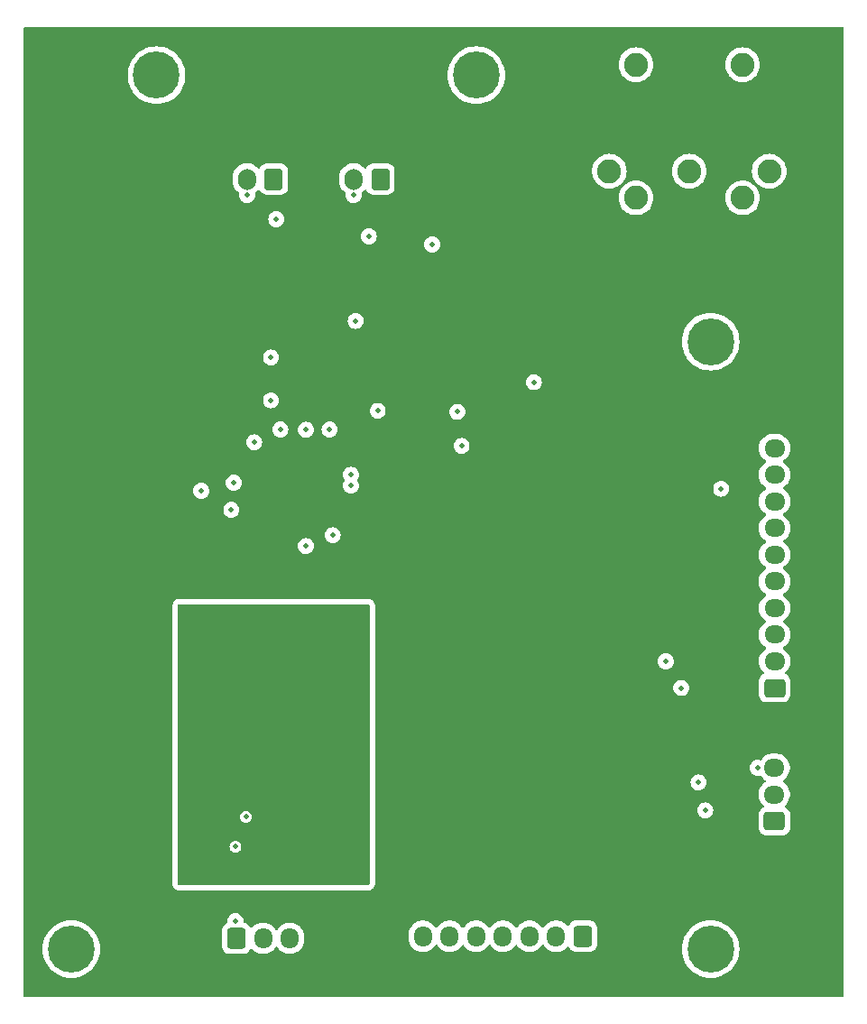
<source format=gbr>
%TF.GenerationSoftware,KiCad,Pcbnew,8.0.8*%
%TF.CreationDate,2025-04-07T17:27:46+02:00*%
%TF.ProjectId,PCB_V1,5043425f-5631-42e6-9b69-6361645f7063,rev?*%
%TF.SameCoordinates,Original*%
%TF.FileFunction,Copper,L3,Inr*%
%TF.FilePolarity,Positive*%
%FSLAX46Y46*%
G04 Gerber Fmt 4.6, Leading zero omitted, Abs format (unit mm)*
G04 Created by KiCad (PCBNEW 8.0.8) date 2025-04-07 17:27:46*
%MOMM*%
%LPD*%
G01*
G04 APERTURE LIST*
G04 Aperture macros list*
%AMRoundRect*
0 Rectangle with rounded corners*
0 $1 Rounding radius*
0 $2 $3 $4 $5 $6 $7 $8 $9 X,Y pos of 4 corners*
0 Add a 4 corners polygon primitive as box body*
4,1,4,$2,$3,$4,$5,$6,$7,$8,$9,$2,$3,0*
0 Add four circle primitives for the rounded corners*
1,1,$1+$1,$2,$3*
1,1,$1+$1,$4,$5*
1,1,$1+$1,$6,$7*
1,1,$1+$1,$8,$9*
0 Add four rect primitives between the rounded corners*
20,1,$1+$1,$2,$3,$4,$5,0*
20,1,$1+$1,$4,$5,$6,$7,0*
20,1,$1+$1,$6,$7,$8,$9,0*
20,1,$1+$1,$8,$9,$2,$3,0*%
G04 Aperture macros list end*
%TA.AperFunction,ComponentPad*%
%ADD10C,2.250000*%
%TD*%
%TA.AperFunction,ComponentPad*%
%ADD11C,4.400000*%
%TD*%
%TA.AperFunction,ComponentPad*%
%ADD12RoundRect,0.250000X0.600000X0.750000X-0.600000X0.750000X-0.600000X-0.750000X0.600000X-0.750000X0*%
%TD*%
%TA.AperFunction,ComponentPad*%
%ADD13O,1.700000X2.000000*%
%TD*%
%TA.AperFunction,ComponentPad*%
%ADD14RoundRect,0.250000X0.600000X0.725000X-0.600000X0.725000X-0.600000X-0.725000X0.600000X-0.725000X0*%
%TD*%
%TA.AperFunction,ComponentPad*%
%ADD15O,1.700000X1.950000*%
%TD*%
%TA.AperFunction,ComponentPad*%
%ADD16RoundRect,0.250000X0.725000X-0.600000X0.725000X0.600000X-0.725000X0.600000X-0.725000X-0.600000X0*%
%TD*%
%TA.AperFunction,ComponentPad*%
%ADD17O,1.950000X1.700000*%
%TD*%
%TA.AperFunction,ComponentPad*%
%ADD18RoundRect,0.250000X-0.600000X-0.725000X0.600000X-0.725000X0.600000X0.725000X-0.600000X0.725000X0*%
%TD*%
%TA.AperFunction,ViaPad*%
%ADD19C,0.500000*%
%TD*%
G04 APERTURE END LIST*
D10*
%TO.N,unconnected-(J8-Pad1)*%
%TO.C,J8*%
X100500000Y-58000000D03*
%TO.N,GND*%
X108000000Y-58000000D03*
%TO.N,unconnected-(J8-Pad3)*%
X115500000Y-58000000D03*
%TO.N,Net-(JP1-A)*%
X103000000Y-60500000D03*
%TO.N,Net-(JP2-B)*%
X113000000Y-60500000D03*
%TO.N,GND*%
X103000000Y-48000000D03*
X113000000Y-48000000D03*
%TD*%
D11*
%TO.N,GND*%
%TO.C,H3*%
X88000000Y-49000000D03*
%TD*%
D12*
%TO.N,+5V*%
%TO.C,J4*%
X79000000Y-58750000D03*
D13*
%TO.N,GND*%
X76500000Y-58750000D03*
%TD*%
D11*
%TO.N,GND*%
%TO.C,H4*%
X110000000Y-131000000D03*
%TD*%
%TO.N,GND*%
%TO.C,H1*%
X58000000Y-49000000D03*
%TD*%
D12*
%TO.N,USART_TX*%
%TO.C,J5*%
X69000000Y-58750000D03*
D13*
%TO.N,GND*%
X66500000Y-58750000D03*
%TD*%
D14*
%TO.N,LED_COM0*%
%TO.C,J7*%
X98000000Y-129800000D03*
D15*
%TO.N,LED_COM1*%
X95500000Y-129800000D03*
%TO.N,LED8*%
X93000000Y-129800000D03*
%TO.N,LED9*%
X90500000Y-129800000D03*
%TO.N,LED10*%
X88000000Y-129800000D03*
%TO.N,LED11*%
X85500000Y-129800000D03*
%TO.N,LED12*%
X83000000Y-129800000D03*
%TD*%
D16*
%TO.N,SW_UP*%
%TO.C,J1*%
X115975000Y-119000000D03*
D17*
%TO.N,SW_DOWN*%
X115975000Y-116500000D03*
%TO.N,GND*%
X115975000Y-114000000D03*
%TD*%
D11*
%TO.N,GND*%
%TO.C,H5*%
X110000000Y-74000000D03*
%TD*%
D17*
%TO.N,LED7_SEG*%
%TO.C,J8_afficheur1*%
X116000000Y-84000000D03*
%TO.N,LED6_SEG*%
X116000000Y-86500000D03*
%TO.N,LED5_SEG*%
X116000000Y-89000000D03*
%TO.N,LED4_SEG*%
X116000000Y-91500000D03*
%TO.N,LED3_SEG*%
X116000000Y-94000000D03*
%TO.N,LED2_SEG*%
X116000000Y-96500000D03*
%TO.N,LED1_SEG*%
X116000000Y-99000000D03*
%TO.N,LED0_SEG*%
X116000000Y-101500000D03*
%TO.N,LED_COM1*%
X116000000Y-104000000D03*
D16*
%TO.N,LED_COM0*%
X116000000Y-106500000D03*
%TD*%
D11*
%TO.N,GND*%
%TO.C,H2*%
X50000000Y-131000000D03*
%TD*%
D18*
%TO.N,GND*%
%TO.C,J2*%
X65500000Y-130000000D03*
D15*
%TO.N,Net-(J2-Pin_2)*%
X68000000Y-130000000D03*
%TO.N,Net-(J2-Pin_3)*%
X70500000Y-130000000D03*
%TD*%
D19*
%TO.N,LED12*%
X62200000Y-88000000D03*
%TO.N,LED11*%
X69625000Y-82250000D03*
%TO.N,LED_COM1*%
X93400000Y-77800000D03*
X105800000Y-104000000D03*
%TO.N,LED7_SEG*%
X111000000Y-87800000D03*
%TO.N,+3.3VA*%
X72500000Y-98950000D03*
%TO.N,LED10*%
X72025000Y-82275000D03*
%TO.N,+3.3V*%
X69500000Y-73750000D03*
%TO.N,GND*%
X68750000Y-75500000D03*
X68750000Y-79500000D03*
%TO.N,SW_UP*%
X109500000Y-118000000D03*
%TO.N,SW_DOWN*%
X108875000Y-115375000D03*
X76250000Y-87500000D03*
%TO.N,SW_UP*%
X76250000Y-86500000D03*
%TO.N,RESET*%
X65250000Y-87250000D03*
%TO.N,LED9*%
X74250000Y-82250000D03*
%TO.N,RESET*%
X78750000Y-80500000D03*
%TO.N,USART_TX*%
X69250000Y-62500000D03*
X65025000Y-89790000D03*
%TO.N,GND*%
X76500000Y-60250000D03*
X66500000Y-60250000D03*
%TO.N,LED_COM0*%
X76700000Y-72050000D03*
X107250000Y-106500000D03*
%TO.N,+3.3VA*%
X76500000Y-118000000D03*
%TO.N,GND*%
X114400000Y-114000000D03*
%TO.N,+3.3V*%
X108490000Y-117600000D03*
%TO.N,GND*%
X65400000Y-128400000D03*
%TO.N,+3.3VA*%
X62520000Y-110800000D03*
%TO.N,GND*%
X66400000Y-118600000D03*
%TO.N,+3.3VA*%
X62200000Y-121200000D03*
%TO.N,GND*%
X65400000Y-121400000D03*
%TO.N,+3.3VA*%
X67000000Y-121400000D03*
%TO.N,+3.3V*%
X72050000Y-73050000D03*
X72050000Y-77250000D03*
%TO.N,GND*%
X86225000Y-80590000D03*
%TO.N,+3.3V*%
X86325000Y-85790000D03*
%TO.N,GND*%
X86625000Y-83790000D03*
X77912500Y-64112500D03*
X83875000Y-64875000D03*
%TO.N,+3.3V*%
X84000000Y-63300000D03*
%TO.N,GND*%
X72025000Y-93190000D03*
%TO.N,+3.3V*%
X70725000Y-97590000D03*
%TO.N,GND*%
X67164411Y-83450589D03*
%TO.N,+3.3V*%
X66485589Y-84129411D03*
%TO.N,GND*%
X74535589Y-92179411D03*
%TO.N,+3.3V*%
X75214411Y-91500589D03*
%TD*%
%TA.AperFunction,Conductor*%
%TO.N,+3.3V*%
G36*
X122442539Y-44520185D02*
G01*
X122488294Y-44572989D01*
X122499500Y-44624500D01*
X122499500Y-135375500D01*
X122479815Y-135442539D01*
X122427011Y-135488294D01*
X122375500Y-135499500D01*
X45624500Y-135499500D01*
X45557461Y-135479815D01*
X45511706Y-135427011D01*
X45500500Y-135375500D01*
X45500500Y-131000000D01*
X47294564Y-131000000D01*
X47314289Y-131326099D01*
X47373178Y-131647452D01*
X47470366Y-131959342D01*
X47470370Y-131959354D01*
X47470373Y-131959361D01*
X47604455Y-132257279D01*
X47768901Y-132529306D01*
X47773473Y-132536868D01*
X47974954Y-132794039D01*
X48205960Y-133025045D01*
X48463131Y-133226526D01*
X48463134Y-133226528D01*
X48463137Y-133226530D01*
X48742721Y-133395545D01*
X49040639Y-133529627D01*
X49040652Y-133529631D01*
X49040657Y-133529633D01*
X49352547Y-133626821D01*
X49673896Y-133685710D01*
X50000000Y-133705436D01*
X50326104Y-133685710D01*
X50647453Y-133626821D01*
X50959361Y-133529627D01*
X51257279Y-133395545D01*
X51536863Y-133226530D01*
X51794036Y-133025048D01*
X52025048Y-132794036D01*
X52226530Y-132536863D01*
X52395545Y-132257279D01*
X52529627Y-131959361D01*
X52626821Y-131647453D01*
X52685710Y-131326104D01*
X52705436Y-131000000D01*
X52685710Y-130673896D01*
X52626821Y-130352547D01*
X52529633Y-130040657D01*
X52529631Y-130040652D01*
X52529627Y-130040639D01*
X52395545Y-129742721D01*
X52226530Y-129463137D01*
X52226528Y-129463134D01*
X52226526Y-129463131D01*
X52039949Y-129224983D01*
X64149500Y-129224983D01*
X64149500Y-130775001D01*
X64149501Y-130775018D01*
X64160000Y-130877796D01*
X64160001Y-130877799D01*
X64205894Y-131016294D01*
X64215186Y-131044334D01*
X64307288Y-131193656D01*
X64431344Y-131317712D01*
X64580666Y-131409814D01*
X64747203Y-131464999D01*
X64849991Y-131475500D01*
X66150008Y-131475499D01*
X66252797Y-131464999D01*
X66419334Y-131409814D01*
X66568656Y-131317712D01*
X66692712Y-131193656D01*
X66784814Y-131044334D01*
X66784814Y-131044331D01*
X66788178Y-131038879D01*
X66840126Y-130992154D01*
X66909088Y-130980931D01*
X66973170Y-131008774D01*
X66981398Y-131016294D01*
X67120213Y-131155109D01*
X67292179Y-131280048D01*
X67292181Y-131280049D01*
X67292184Y-131280051D01*
X67481588Y-131376557D01*
X67683757Y-131442246D01*
X67893713Y-131475500D01*
X67893714Y-131475500D01*
X68106286Y-131475500D01*
X68106287Y-131475500D01*
X68316243Y-131442246D01*
X68518412Y-131376557D01*
X68707816Y-131280051D01*
X68729789Y-131264086D01*
X68879786Y-131155109D01*
X68879788Y-131155106D01*
X68879792Y-131155104D01*
X69030104Y-131004792D01*
X69149683Y-130840204D01*
X69205011Y-130797540D01*
X69274624Y-130791561D01*
X69336420Y-130824166D01*
X69350313Y-130840199D01*
X69433800Y-130955110D01*
X69469896Y-131004792D01*
X69620213Y-131155109D01*
X69792179Y-131280048D01*
X69792181Y-131280049D01*
X69792184Y-131280051D01*
X69981588Y-131376557D01*
X70183757Y-131442246D01*
X70393713Y-131475500D01*
X70393714Y-131475500D01*
X70606286Y-131475500D01*
X70606287Y-131475500D01*
X70816243Y-131442246D01*
X71018412Y-131376557D01*
X71207816Y-131280051D01*
X71229789Y-131264086D01*
X71379786Y-131155109D01*
X71379788Y-131155106D01*
X71379792Y-131155104D01*
X71530104Y-131004792D01*
X71530106Y-131004788D01*
X71530109Y-131004786D01*
X71655048Y-130832820D01*
X71655047Y-130832820D01*
X71655051Y-130832816D01*
X71751557Y-130643412D01*
X71817246Y-130441243D01*
X71850500Y-130231287D01*
X71850500Y-129768713D01*
X71818823Y-129568713D01*
X81649500Y-129568713D01*
X81649500Y-130031287D01*
X81682754Y-130241243D01*
X81747738Y-130441243D01*
X81748444Y-130443414D01*
X81844951Y-130632820D01*
X81969890Y-130804786D01*
X82120213Y-130955109D01*
X82292179Y-131080048D01*
X82292181Y-131080049D01*
X82292184Y-131080051D01*
X82481588Y-131176557D01*
X82683757Y-131242246D01*
X82893713Y-131275500D01*
X82893714Y-131275500D01*
X83106286Y-131275500D01*
X83106287Y-131275500D01*
X83316243Y-131242246D01*
X83518412Y-131176557D01*
X83707816Y-131080051D01*
X83795571Y-131016294D01*
X83879786Y-130955109D01*
X83879788Y-130955106D01*
X83879792Y-130955104D01*
X84030104Y-130804792D01*
X84149683Y-130640204D01*
X84205011Y-130597540D01*
X84274624Y-130591561D01*
X84336420Y-130624166D01*
X84350313Y-130640199D01*
X84448252Y-130775001D01*
X84469896Y-130804792D01*
X84620213Y-130955109D01*
X84792179Y-131080048D01*
X84792181Y-131080049D01*
X84792184Y-131080051D01*
X84981588Y-131176557D01*
X85183757Y-131242246D01*
X85393713Y-131275500D01*
X85393714Y-131275500D01*
X85606286Y-131275500D01*
X85606287Y-131275500D01*
X85816243Y-131242246D01*
X86018412Y-131176557D01*
X86207816Y-131080051D01*
X86295571Y-131016294D01*
X86379786Y-130955109D01*
X86379788Y-130955106D01*
X86379792Y-130955104D01*
X86530104Y-130804792D01*
X86649683Y-130640204D01*
X86705011Y-130597540D01*
X86774624Y-130591561D01*
X86836420Y-130624166D01*
X86850313Y-130640199D01*
X86948252Y-130775001D01*
X86969896Y-130804792D01*
X87120213Y-130955109D01*
X87292179Y-131080048D01*
X87292181Y-131080049D01*
X87292184Y-131080051D01*
X87481588Y-131176557D01*
X87683757Y-131242246D01*
X87893713Y-131275500D01*
X87893714Y-131275500D01*
X88106286Y-131275500D01*
X88106287Y-131275500D01*
X88316243Y-131242246D01*
X88518412Y-131176557D01*
X88707816Y-131080051D01*
X88795571Y-131016294D01*
X88879786Y-130955109D01*
X88879788Y-130955106D01*
X88879792Y-130955104D01*
X89030104Y-130804792D01*
X89149683Y-130640204D01*
X89205011Y-130597540D01*
X89274624Y-130591561D01*
X89336420Y-130624166D01*
X89350313Y-130640199D01*
X89448252Y-130775001D01*
X89469896Y-130804792D01*
X89620213Y-130955109D01*
X89792179Y-131080048D01*
X89792181Y-131080049D01*
X89792184Y-131080051D01*
X89981588Y-131176557D01*
X90183757Y-131242246D01*
X90393713Y-131275500D01*
X90393714Y-131275500D01*
X90606286Y-131275500D01*
X90606287Y-131275500D01*
X90816243Y-131242246D01*
X91018412Y-131176557D01*
X91207816Y-131080051D01*
X91295571Y-131016294D01*
X91379786Y-130955109D01*
X91379788Y-130955106D01*
X91379792Y-130955104D01*
X91530104Y-130804792D01*
X91649683Y-130640204D01*
X91705011Y-130597540D01*
X91774624Y-130591561D01*
X91836420Y-130624166D01*
X91850313Y-130640199D01*
X91948252Y-130775001D01*
X91969896Y-130804792D01*
X92120213Y-130955109D01*
X92292179Y-131080048D01*
X92292181Y-131080049D01*
X92292184Y-131080051D01*
X92481588Y-131176557D01*
X92683757Y-131242246D01*
X92893713Y-131275500D01*
X92893714Y-131275500D01*
X93106286Y-131275500D01*
X93106287Y-131275500D01*
X93316243Y-131242246D01*
X93518412Y-131176557D01*
X93707816Y-131080051D01*
X93795571Y-131016294D01*
X93879786Y-130955109D01*
X93879788Y-130955106D01*
X93879792Y-130955104D01*
X94030104Y-130804792D01*
X94149683Y-130640204D01*
X94205011Y-130597540D01*
X94274624Y-130591561D01*
X94336420Y-130624166D01*
X94350313Y-130640199D01*
X94448252Y-130775001D01*
X94469896Y-130804792D01*
X94620213Y-130955109D01*
X94792179Y-131080048D01*
X94792181Y-131080049D01*
X94792184Y-131080051D01*
X94981588Y-131176557D01*
X95183757Y-131242246D01*
X95393713Y-131275500D01*
X95393714Y-131275500D01*
X95606286Y-131275500D01*
X95606287Y-131275500D01*
X95816243Y-131242246D01*
X96018412Y-131176557D01*
X96207816Y-131080051D01*
X96379792Y-130955104D01*
X96518604Y-130816291D01*
X96579923Y-130782809D01*
X96649615Y-130787793D01*
X96705549Y-130829664D01*
X96711821Y-130838878D01*
X96715185Y-130844333D01*
X96715186Y-130844334D01*
X96807288Y-130993656D01*
X96931344Y-131117712D01*
X97080666Y-131209814D01*
X97247203Y-131264999D01*
X97349991Y-131275500D01*
X98650008Y-131275499D01*
X98752797Y-131264999D01*
X98919334Y-131209814D01*
X99068656Y-131117712D01*
X99186368Y-131000000D01*
X107294564Y-131000000D01*
X107314289Y-131326099D01*
X107373178Y-131647452D01*
X107470366Y-131959342D01*
X107470370Y-131959354D01*
X107470373Y-131959361D01*
X107604455Y-132257279D01*
X107768901Y-132529306D01*
X107773473Y-132536868D01*
X107974954Y-132794039D01*
X108205960Y-133025045D01*
X108463131Y-133226526D01*
X108463134Y-133226528D01*
X108463137Y-133226530D01*
X108742721Y-133395545D01*
X109040639Y-133529627D01*
X109040652Y-133529631D01*
X109040657Y-133529633D01*
X109352547Y-133626821D01*
X109673896Y-133685710D01*
X110000000Y-133705436D01*
X110326104Y-133685710D01*
X110647453Y-133626821D01*
X110959361Y-133529627D01*
X111257279Y-133395545D01*
X111536863Y-133226530D01*
X111794036Y-133025048D01*
X112025048Y-132794036D01*
X112226530Y-132536863D01*
X112395545Y-132257279D01*
X112529627Y-131959361D01*
X112626821Y-131647453D01*
X112685710Y-131326104D01*
X112705436Y-131000000D01*
X112685710Y-130673896D01*
X112626821Y-130352547D01*
X112529633Y-130040657D01*
X112529631Y-130040652D01*
X112529627Y-130040639D01*
X112395545Y-129742721D01*
X112226530Y-129463137D01*
X112226528Y-129463134D01*
X112226526Y-129463131D01*
X112025045Y-129205960D01*
X111794039Y-128974954D01*
X111536868Y-128773473D01*
X111448332Y-128719951D01*
X111257279Y-128604455D01*
X110959361Y-128470373D01*
X110959354Y-128470370D01*
X110959342Y-128470366D01*
X110647452Y-128373178D01*
X110326099Y-128314289D01*
X110000000Y-128294564D01*
X109673900Y-128314289D01*
X109352547Y-128373178D01*
X109040657Y-128470366D01*
X109040641Y-128470372D01*
X109040639Y-128470373D01*
X108850933Y-128555752D01*
X108774428Y-128590185D01*
X108742721Y-128604455D01*
X108675834Y-128644890D01*
X108463131Y-128773473D01*
X108205960Y-128974954D01*
X107974954Y-129205960D01*
X107773473Y-129463131D01*
X107709647Y-129568713D01*
X107604455Y-129742721D01*
X107474583Y-130031286D01*
X107470372Y-130040642D01*
X107470366Y-130040657D01*
X107373178Y-130352547D01*
X107314289Y-130673900D01*
X107294564Y-131000000D01*
X99186368Y-131000000D01*
X99192712Y-130993656D01*
X99284814Y-130844334D01*
X99339999Y-130677797D01*
X99350500Y-130575009D01*
X99350499Y-129024992D01*
X99343417Y-128955668D01*
X99339999Y-128922203D01*
X99339998Y-128922200D01*
X99314380Y-128844890D01*
X99284814Y-128755666D01*
X99192712Y-128606344D01*
X99068656Y-128482288D01*
X98935245Y-128400000D01*
X98919336Y-128390187D01*
X98919331Y-128390185D01*
X98868007Y-128373178D01*
X98752797Y-128335001D01*
X98752795Y-128335000D01*
X98650010Y-128324500D01*
X97349998Y-128324500D01*
X97349981Y-128324501D01*
X97247203Y-128335000D01*
X97247200Y-128335001D01*
X97080668Y-128390185D01*
X97080663Y-128390187D01*
X96931342Y-128482289D01*
X96807289Y-128606342D01*
X96711821Y-128761121D01*
X96659873Y-128807845D01*
X96590910Y-128819068D01*
X96526828Y-128791224D01*
X96518601Y-128783705D01*
X96379786Y-128644890D01*
X96207820Y-128519951D01*
X96018414Y-128423444D01*
X96018413Y-128423443D01*
X96018412Y-128423443D01*
X95816243Y-128357754D01*
X95816241Y-128357753D01*
X95816240Y-128357753D01*
X95654957Y-128332208D01*
X95606287Y-128324500D01*
X95393713Y-128324500D01*
X95345042Y-128332208D01*
X95183760Y-128357753D01*
X94981585Y-128423444D01*
X94792179Y-128519951D01*
X94620213Y-128644890D01*
X94469894Y-128795209D01*
X94469890Y-128795214D01*
X94350318Y-128959793D01*
X94294989Y-129002459D01*
X94225375Y-129008438D01*
X94163580Y-128975833D01*
X94149682Y-128959793D01*
X94030109Y-128795214D01*
X94030105Y-128795209D01*
X93879786Y-128644890D01*
X93707820Y-128519951D01*
X93518414Y-128423444D01*
X93518413Y-128423443D01*
X93518412Y-128423443D01*
X93316243Y-128357754D01*
X93316241Y-128357753D01*
X93316240Y-128357753D01*
X93154957Y-128332208D01*
X93106287Y-128324500D01*
X92893713Y-128324500D01*
X92845042Y-128332208D01*
X92683760Y-128357753D01*
X92481585Y-128423444D01*
X92292179Y-128519951D01*
X92120213Y-128644890D01*
X91969894Y-128795209D01*
X91969890Y-128795214D01*
X91850318Y-128959793D01*
X91794989Y-129002459D01*
X91725375Y-129008438D01*
X91663580Y-128975833D01*
X91649682Y-128959793D01*
X91530109Y-128795214D01*
X91530105Y-128795209D01*
X91379786Y-128644890D01*
X91207820Y-128519951D01*
X91018414Y-128423444D01*
X91018413Y-128423443D01*
X91018412Y-128423443D01*
X90816243Y-128357754D01*
X90816241Y-128357753D01*
X90816240Y-128357753D01*
X90654957Y-128332208D01*
X90606287Y-128324500D01*
X90393713Y-128324500D01*
X90345042Y-128332208D01*
X90183760Y-128357753D01*
X89981585Y-128423444D01*
X89792179Y-128519951D01*
X89620213Y-128644890D01*
X89469894Y-128795209D01*
X89469890Y-128795214D01*
X89350318Y-128959793D01*
X89294989Y-129002459D01*
X89225375Y-129008438D01*
X89163580Y-128975833D01*
X89149682Y-128959793D01*
X89030109Y-128795214D01*
X89030105Y-128795209D01*
X88879786Y-128644890D01*
X88707820Y-128519951D01*
X88518414Y-128423444D01*
X88518413Y-128423443D01*
X88518412Y-128423443D01*
X88316243Y-128357754D01*
X88316241Y-128357753D01*
X88316240Y-128357753D01*
X88154957Y-128332208D01*
X88106287Y-128324500D01*
X87893713Y-128324500D01*
X87845042Y-128332208D01*
X87683760Y-128357753D01*
X87481585Y-128423444D01*
X87292179Y-128519951D01*
X87120213Y-128644890D01*
X86969894Y-128795209D01*
X86969890Y-128795214D01*
X86850318Y-128959793D01*
X86794989Y-129002459D01*
X86725375Y-129008438D01*
X86663580Y-128975833D01*
X86649682Y-128959793D01*
X86530109Y-128795214D01*
X86530105Y-128795209D01*
X86379786Y-128644890D01*
X86207820Y-128519951D01*
X86018414Y-128423444D01*
X86018413Y-128423443D01*
X86018412Y-128423443D01*
X85816243Y-128357754D01*
X85816241Y-128357753D01*
X85816240Y-128357753D01*
X85654957Y-128332208D01*
X85606287Y-128324500D01*
X85393713Y-128324500D01*
X85345042Y-128332208D01*
X85183760Y-128357753D01*
X84981585Y-128423444D01*
X84792179Y-128519951D01*
X84620213Y-128644890D01*
X84469894Y-128795209D01*
X84469890Y-128795214D01*
X84350318Y-128959793D01*
X84294989Y-129002459D01*
X84225375Y-129008438D01*
X84163580Y-128975833D01*
X84149682Y-128959793D01*
X84030109Y-128795214D01*
X84030105Y-128795209D01*
X83879786Y-128644890D01*
X83707820Y-128519951D01*
X83518414Y-128423444D01*
X83518413Y-128423443D01*
X83518412Y-128423443D01*
X83316243Y-128357754D01*
X83316241Y-128357753D01*
X83316240Y-128357753D01*
X83154957Y-128332208D01*
X83106287Y-128324500D01*
X82893713Y-128324500D01*
X82845042Y-128332208D01*
X82683760Y-128357753D01*
X82481585Y-128423444D01*
X82292179Y-128519951D01*
X82120213Y-128644890D01*
X81969890Y-128795213D01*
X81844951Y-128967179D01*
X81748444Y-129156585D01*
X81682753Y-129358760D01*
X81651077Y-129558757D01*
X81649500Y-129568713D01*
X71818823Y-129568713D01*
X71817246Y-129558757D01*
X71751557Y-129356588D01*
X71655051Y-129167184D01*
X71655049Y-129167181D01*
X71655048Y-129167179D01*
X71530109Y-128995213D01*
X71379786Y-128844890D01*
X71207820Y-128719951D01*
X71018414Y-128623444D01*
X71018413Y-128623443D01*
X71018412Y-128623443D01*
X70816243Y-128557754D01*
X70816241Y-128557753D01*
X70816240Y-128557753D01*
X70652371Y-128531799D01*
X70606287Y-128524500D01*
X70393713Y-128524500D01*
X70347629Y-128531799D01*
X70183760Y-128557753D01*
X69981585Y-128623444D01*
X69792179Y-128719951D01*
X69620213Y-128844890D01*
X69469894Y-128995209D01*
X69469890Y-128995214D01*
X69350318Y-129159793D01*
X69294989Y-129202459D01*
X69225375Y-129208438D01*
X69163580Y-129175833D01*
X69149682Y-129159793D01*
X69030109Y-128995214D01*
X69030105Y-128995209D01*
X68879786Y-128844890D01*
X68707820Y-128719951D01*
X68518414Y-128623444D01*
X68518413Y-128623443D01*
X68518412Y-128623443D01*
X68316243Y-128557754D01*
X68316241Y-128557753D01*
X68316240Y-128557753D01*
X68152371Y-128531799D01*
X68106287Y-128524500D01*
X67893713Y-128524500D01*
X67847629Y-128531799D01*
X67683760Y-128557753D01*
X67481585Y-128623444D01*
X67292179Y-128719951D01*
X67120215Y-128844889D01*
X66981398Y-128983706D01*
X66920075Y-129017190D01*
X66850383Y-129012206D01*
X66794450Y-128970334D01*
X66788178Y-128961120D01*
X66692712Y-128806344D01*
X66568657Y-128682289D01*
X66568656Y-128682288D01*
X66473253Y-128623443D01*
X66419336Y-128590187D01*
X66419331Y-128590185D01*
X66400400Y-128583912D01*
X66252797Y-128535001D01*
X66252795Y-128535000D01*
X66252793Y-128535000D01*
X66252531Y-128534944D01*
X66252384Y-128534864D01*
X66246371Y-128532872D01*
X66246726Y-128531799D01*
X66191098Y-128501662D01*
X66157411Y-128440449D01*
X66155650Y-128406965D01*
X66155249Y-128406965D01*
X66155249Y-128399997D01*
X66136314Y-128231943D01*
X66080454Y-128072305D01*
X66080452Y-128072302D01*
X65990481Y-127929115D01*
X65990476Y-127929109D01*
X65870890Y-127809523D01*
X65870884Y-127809518D01*
X65727697Y-127719547D01*
X65727694Y-127719545D01*
X65568056Y-127663685D01*
X65400003Y-127644751D01*
X65399997Y-127644751D01*
X65231943Y-127663685D01*
X65072305Y-127719545D01*
X65072302Y-127719547D01*
X64929115Y-127809518D01*
X64929109Y-127809523D01*
X64809523Y-127929109D01*
X64809518Y-127929115D01*
X64719547Y-128072302D01*
X64719545Y-128072305D01*
X64663685Y-128231943D01*
X64644751Y-128399997D01*
X64644751Y-128400003D01*
X64651929Y-128463711D01*
X64639874Y-128532532D01*
X64592525Y-128583912D01*
X64581128Y-128589969D01*
X64580679Y-128590178D01*
X64431342Y-128682289D01*
X64307289Y-128806342D01*
X64215187Y-128955663D01*
X64215185Y-128955668D01*
X64208503Y-128975833D01*
X64160001Y-129122203D01*
X64160001Y-129122204D01*
X64160000Y-129122204D01*
X64149500Y-129224983D01*
X52039949Y-129224983D01*
X52025045Y-129205960D01*
X51794039Y-128974954D01*
X51536868Y-128773473D01*
X51448332Y-128719951D01*
X51257279Y-128604455D01*
X50959361Y-128470373D01*
X50959354Y-128470370D01*
X50959342Y-128470366D01*
X50647452Y-128373178D01*
X50326099Y-128314289D01*
X50000000Y-128294564D01*
X49673900Y-128314289D01*
X49352547Y-128373178D01*
X49040657Y-128470366D01*
X49040641Y-128470372D01*
X49040639Y-128470373D01*
X48850933Y-128555752D01*
X48774428Y-128590185D01*
X48742721Y-128604455D01*
X48675834Y-128644890D01*
X48463131Y-128773473D01*
X48205960Y-128974954D01*
X47974954Y-129205960D01*
X47773473Y-129463131D01*
X47709647Y-129568713D01*
X47604455Y-129742721D01*
X47474583Y-130031286D01*
X47470372Y-130040642D01*
X47470366Y-130040657D01*
X47373178Y-130352547D01*
X47314289Y-130673900D01*
X47294564Y-131000000D01*
X45500500Y-131000000D01*
X45500500Y-98774000D01*
X59494500Y-98774000D01*
X59494500Y-118599999D01*
X59494500Y-121399999D01*
X59494500Y-124876000D01*
X59494501Y-124876009D01*
X59506052Y-124983450D01*
X59506054Y-124983462D01*
X59517260Y-125034972D01*
X59551383Y-125137497D01*
X59551386Y-125137503D01*
X59629171Y-125258537D01*
X59629179Y-125258548D01*
X59674923Y-125311340D01*
X59674926Y-125311343D01*
X59674930Y-125311347D01*
X59783664Y-125405567D01*
X59783667Y-125405568D01*
X59783668Y-125405569D01*
X59877925Y-125448616D01*
X59914541Y-125465338D01*
X59981580Y-125485023D01*
X59981584Y-125485024D01*
X60124000Y-125505500D01*
X60124003Y-125505500D01*
X77875990Y-125505500D01*
X77876000Y-125505500D01*
X77983456Y-125493947D01*
X78034967Y-125482741D01*
X78069197Y-125471347D01*
X78137497Y-125448616D01*
X78137501Y-125448613D01*
X78137504Y-125448613D01*
X78258543Y-125370825D01*
X78311347Y-125325070D01*
X78405567Y-125216336D01*
X78465338Y-125085459D01*
X78485023Y-125018420D01*
X78485024Y-125018416D01*
X78505500Y-124876000D01*
X78505500Y-117999997D01*
X108744751Y-117999997D01*
X108744751Y-118000002D01*
X108763685Y-118168056D01*
X108819545Y-118327694D01*
X108819547Y-118327697D01*
X108909518Y-118470884D01*
X108909523Y-118470890D01*
X109029109Y-118590476D01*
X109029115Y-118590481D01*
X109172302Y-118680452D01*
X109172305Y-118680454D01*
X109172309Y-118680455D01*
X109172310Y-118680456D01*
X109244913Y-118705860D01*
X109331943Y-118736314D01*
X109499997Y-118755249D01*
X109500000Y-118755249D01*
X109500003Y-118755249D01*
X109668056Y-118736314D01*
X109668059Y-118736313D01*
X109827690Y-118680456D01*
X109827692Y-118680454D01*
X109827694Y-118680454D01*
X109827697Y-118680452D01*
X109970884Y-118590481D01*
X109970885Y-118590480D01*
X109970890Y-118590477D01*
X110090477Y-118470890D01*
X110166443Y-118349992D01*
X110180452Y-118327697D01*
X110180454Y-118327694D01*
X110180454Y-118327692D01*
X110180456Y-118327690D01*
X110236313Y-118168059D01*
X110236313Y-118168058D01*
X110236314Y-118168056D01*
X110255249Y-118000002D01*
X110255249Y-117999997D01*
X110236314Y-117831943D01*
X110180454Y-117672305D01*
X110180452Y-117672302D01*
X110090481Y-117529115D01*
X110090476Y-117529109D01*
X109970890Y-117409523D01*
X109970884Y-117409518D01*
X109827697Y-117319547D01*
X109827694Y-117319545D01*
X109668056Y-117263685D01*
X109500003Y-117244751D01*
X109499997Y-117244751D01*
X109331943Y-117263685D01*
X109172305Y-117319545D01*
X109172302Y-117319547D01*
X109029115Y-117409518D01*
X109029109Y-117409523D01*
X108909523Y-117529109D01*
X108909518Y-117529115D01*
X108819547Y-117672302D01*
X108819545Y-117672305D01*
X108763685Y-117831943D01*
X108744751Y-117999997D01*
X78505500Y-117999997D01*
X78505500Y-115374997D01*
X108119751Y-115374997D01*
X108119751Y-115375002D01*
X108138685Y-115543056D01*
X108194545Y-115702694D01*
X108194547Y-115702697D01*
X108284518Y-115845884D01*
X108284523Y-115845890D01*
X108404109Y-115965476D01*
X108404115Y-115965481D01*
X108547302Y-116055452D01*
X108547305Y-116055454D01*
X108547309Y-116055455D01*
X108547310Y-116055456D01*
X108619913Y-116080860D01*
X108706943Y-116111314D01*
X108874997Y-116130249D01*
X108875000Y-116130249D01*
X108875003Y-116130249D01*
X109043056Y-116111314D01*
X109043059Y-116111313D01*
X109202690Y-116055456D01*
X109202692Y-116055454D01*
X109202694Y-116055454D01*
X109202697Y-116055452D01*
X109345884Y-115965481D01*
X109345885Y-115965480D01*
X109345890Y-115965477D01*
X109465477Y-115845890D01*
X109555452Y-115702697D01*
X109555454Y-115702694D01*
X109555454Y-115702692D01*
X109555456Y-115702690D01*
X109611313Y-115543059D01*
X109611313Y-115543058D01*
X109611314Y-115543056D01*
X109630249Y-115375002D01*
X109630249Y-115374997D01*
X109611314Y-115206943D01*
X109555454Y-115047305D01*
X109555452Y-115047302D01*
X109465481Y-114904115D01*
X109465476Y-114904109D01*
X109345890Y-114784523D01*
X109345884Y-114784518D01*
X109202697Y-114694547D01*
X109202694Y-114694545D01*
X109043056Y-114638685D01*
X108875003Y-114619751D01*
X108874997Y-114619751D01*
X108706943Y-114638685D01*
X108547305Y-114694545D01*
X108547302Y-114694547D01*
X108404115Y-114784518D01*
X108404109Y-114784523D01*
X108284523Y-114904109D01*
X108284518Y-114904115D01*
X108194547Y-115047302D01*
X108194545Y-115047305D01*
X108138685Y-115206943D01*
X108119751Y-115374997D01*
X78505500Y-115374997D01*
X78505500Y-113999997D01*
X113644751Y-113999997D01*
X113644751Y-114000002D01*
X113663685Y-114168056D01*
X113719545Y-114327694D01*
X113719547Y-114327697D01*
X113809518Y-114470884D01*
X113809523Y-114470890D01*
X113929109Y-114590476D01*
X113929115Y-114590481D01*
X114072302Y-114680452D01*
X114072305Y-114680454D01*
X114072309Y-114680455D01*
X114072310Y-114680456D01*
X114112580Y-114694547D01*
X114231943Y-114736314D01*
X114399997Y-114755249D01*
X114400000Y-114755249D01*
X114400003Y-114755249D01*
X114568054Y-114736314D01*
X114568055Y-114736313D01*
X114568059Y-114736313D01*
X114598677Y-114725598D01*
X114668453Y-114722036D01*
X114729081Y-114756764D01*
X114739949Y-114769755D01*
X114819890Y-114879785D01*
X114819894Y-114879790D01*
X114970209Y-115030105D01*
X114970214Y-115030109D01*
X115134793Y-115149682D01*
X115177459Y-115205011D01*
X115183438Y-115274625D01*
X115150833Y-115336420D01*
X115134793Y-115350318D01*
X114970214Y-115469890D01*
X114970209Y-115469894D01*
X114819890Y-115620213D01*
X114694951Y-115792179D01*
X114598444Y-115981585D01*
X114532753Y-116183760D01*
X114499500Y-116393713D01*
X114499500Y-116606286D01*
X114532753Y-116816239D01*
X114598444Y-117018414D01*
X114694951Y-117207820D01*
X114819890Y-117379786D01*
X114958705Y-117518601D01*
X114992190Y-117579924D01*
X114987206Y-117649616D01*
X114945334Y-117705549D01*
X114936121Y-117711821D01*
X114781342Y-117807289D01*
X114657289Y-117931342D01*
X114565187Y-118080663D01*
X114565186Y-118080666D01*
X114510001Y-118247203D01*
X114510001Y-118247204D01*
X114510000Y-118247204D01*
X114499500Y-118349983D01*
X114499500Y-119650001D01*
X114499501Y-119650018D01*
X114510000Y-119752796D01*
X114510001Y-119752799D01*
X114565185Y-119919331D01*
X114565186Y-119919334D01*
X114657288Y-120068656D01*
X114781344Y-120192712D01*
X114930666Y-120284814D01*
X115097203Y-120339999D01*
X115199991Y-120350500D01*
X116750008Y-120350499D01*
X116852797Y-120339999D01*
X117019334Y-120284814D01*
X117168656Y-120192712D01*
X117292712Y-120068656D01*
X117384814Y-119919334D01*
X117439999Y-119752797D01*
X117450500Y-119650009D01*
X117450499Y-118349992D01*
X117439999Y-118247203D01*
X117384814Y-118080666D01*
X117292712Y-117931344D01*
X117168656Y-117807288D01*
X117019334Y-117715186D01*
X117019333Y-117715185D01*
X117013878Y-117711821D01*
X116967154Y-117659873D01*
X116955931Y-117590910D01*
X116983775Y-117526828D01*
X116991272Y-117518623D01*
X117130104Y-117379792D01*
X117173877Y-117319544D01*
X117255048Y-117207820D01*
X117255047Y-117207820D01*
X117255051Y-117207816D01*
X117351557Y-117018412D01*
X117417246Y-116816243D01*
X117450500Y-116606287D01*
X117450500Y-116393713D01*
X117417246Y-116183757D01*
X117351557Y-115981588D01*
X117255051Y-115792184D01*
X117255049Y-115792181D01*
X117255048Y-115792179D01*
X117130109Y-115620213D01*
X116979792Y-115469896D01*
X116979784Y-115469890D01*
X116815204Y-115350316D01*
X116772540Y-115294989D01*
X116766561Y-115225376D01*
X116799166Y-115163580D01*
X116815199Y-115149686D01*
X116979792Y-115030104D01*
X117130104Y-114879792D01*
X117130106Y-114879788D01*
X117130109Y-114879786D01*
X117255048Y-114707820D01*
X117255047Y-114707820D01*
X117255051Y-114707816D01*
X117351557Y-114518412D01*
X117417246Y-114316243D01*
X117450500Y-114106287D01*
X117450500Y-113893713D01*
X117417246Y-113683757D01*
X117351557Y-113481588D01*
X117255051Y-113292184D01*
X117255049Y-113292181D01*
X117255048Y-113292179D01*
X117130109Y-113120213D01*
X116979786Y-112969890D01*
X116807820Y-112844951D01*
X116618414Y-112748444D01*
X116618413Y-112748443D01*
X116618412Y-112748443D01*
X116416243Y-112682754D01*
X116416241Y-112682753D01*
X116416240Y-112682753D01*
X116254957Y-112657208D01*
X116206287Y-112649500D01*
X115743713Y-112649500D01*
X115695042Y-112657208D01*
X115533760Y-112682753D01*
X115331585Y-112748444D01*
X115142179Y-112844951D01*
X114970213Y-112969890D01*
X114819894Y-113120209D01*
X114819890Y-113120214D01*
X114739949Y-113230244D01*
X114684619Y-113272910D01*
X114615006Y-113278889D01*
X114598681Y-113274402D01*
X114568059Y-113263687D01*
X114568058Y-113263686D01*
X114568053Y-113263685D01*
X114400003Y-113244751D01*
X114399997Y-113244751D01*
X114231943Y-113263685D01*
X114072305Y-113319545D01*
X114072302Y-113319547D01*
X113929115Y-113409518D01*
X113929109Y-113409523D01*
X113809523Y-113529109D01*
X113809518Y-113529115D01*
X113719547Y-113672302D01*
X113719545Y-113672305D01*
X113663685Y-113831943D01*
X113644751Y-113999997D01*
X78505500Y-113999997D01*
X78505500Y-106499997D01*
X106494751Y-106499997D01*
X106494751Y-106500002D01*
X106513685Y-106668056D01*
X106569545Y-106827694D01*
X106569547Y-106827697D01*
X106659518Y-106970884D01*
X106659523Y-106970890D01*
X106779109Y-107090476D01*
X106779115Y-107090481D01*
X106922302Y-107180452D01*
X106922305Y-107180454D01*
X106922309Y-107180455D01*
X106922310Y-107180456D01*
X106994913Y-107205860D01*
X107081943Y-107236314D01*
X107249997Y-107255249D01*
X107250000Y-107255249D01*
X107250003Y-107255249D01*
X107418056Y-107236314D01*
X107418059Y-107236313D01*
X107577690Y-107180456D01*
X107577692Y-107180454D01*
X107577694Y-107180454D01*
X107577697Y-107180452D01*
X107720884Y-107090481D01*
X107720885Y-107090480D01*
X107720890Y-107090477D01*
X107840477Y-106970890D01*
X107930452Y-106827697D01*
X107930454Y-106827694D01*
X107930454Y-106827692D01*
X107930456Y-106827690D01*
X107986313Y-106668059D01*
X107986313Y-106668058D01*
X107986314Y-106668056D01*
X108005249Y-106500002D01*
X108005249Y-106499997D01*
X107986314Y-106331943D01*
X107930454Y-106172305D01*
X107930452Y-106172302D01*
X107840481Y-106029115D01*
X107840476Y-106029109D01*
X107720890Y-105909523D01*
X107720884Y-105909518D01*
X107577697Y-105819547D01*
X107577694Y-105819545D01*
X107418056Y-105763685D01*
X107250003Y-105744751D01*
X107249997Y-105744751D01*
X107081943Y-105763685D01*
X106922305Y-105819545D01*
X106922302Y-105819547D01*
X106779115Y-105909518D01*
X106779109Y-105909523D01*
X106659523Y-106029109D01*
X106659518Y-106029115D01*
X106569547Y-106172302D01*
X106569545Y-106172305D01*
X106513685Y-106331943D01*
X106494751Y-106499997D01*
X78505500Y-106499997D01*
X78505500Y-103999997D01*
X105044751Y-103999997D01*
X105044751Y-104000002D01*
X105063685Y-104168056D01*
X105119545Y-104327694D01*
X105119547Y-104327697D01*
X105209518Y-104470884D01*
X105209523Y-104470890D01*
X105329109Y-104590476D01*
X105329115Y-104590481D01*
X105472302Y-104680452D01*
X105472305Y-104680454D01*
X105472309Y-104680455D01*
X105472310Y-104680456D01*
X105544913Y-104705860D01*
X105631943Y-104736314D01*
X105799997Y-104755249D01*
X105800000Y-104755249D01*
X105800003Y-104755249D01*
X105968056Y-104736314D01*
X105968059Y-104736313D01*
X106127690Y-104680456D01*
X106127692Y-104680454D01*
X106127694Y-104680454D01*
X106127697Y-104680452D01*
X106270884Y-104590481D01*
X106270885Y-104590480D01*
X106270890Y-104590477D01*
X106390477Y-104470890D01*
X106480452Y-104327697D01*
X106480454Y-104327694D01*
X106480454Y-104327692D01*
X106480456Y-104327690D01*
X106536313Y-104168059D01*
X106536313Y-104168058D01*
X106536314Y-104168056D01*
X106555249Y-104000002D01*
X106555249Y-103999997D01*
X106536314Y-103831943D01*
X106505860Y-103744913D01*
X106480456Y-103672310D01*
X106480455Y-103672309D01*
X106480454Y-103672305D01*
X106480452Y-103672302D01*
X106390481Y-103529115D01*
X106390476Y-103529109D01*
X106270890Y-103409523D01*
X106270884Y-103409518D01*
X106127697Y-103319547D01*
X106127694Y-103319545D01*
X105968056Y-103263685D01*
X105800003Y-103244751D01*
X105799997Y-103244751D01*
X105631943Y-103263685D01*
X105472305Y-103319545D01*
X105472302Y-103319547D01*
X105329115Y-103409518D01*
X105329109Y-103409523D01*
X105209523Y-103529109D01*
X105209518Y-103529115D01*
X105119547Y-103672302D01*
X105119545Y-103672305D01*
X105063685Y-103831943D01*
X105044751Y-103999997D01*
X78505500Y-103999997D01*
X78505500Y-98774000D01*
X78493947Y-98666544D01*
X78482741Y-98615033D01*
X78482637Y-98614722D01*
X78448616Y-98512502D01*
X78448613Y-98512496D01*
X78370828Y-98391462D01*
X78370825Y-98391457D01*
X78370820Y-98391451D01*
X78325076Y-98338659D01*
X78325072Y-98338656D01*
X78325070Y-98338653D01*
X78216336Y-98244433D01*
X78216333Y-98244431D01*
X78216331Y-98244430D01*
X78085465Y-98184664D01*
X78085460Y-98184662D01*
X78085459Y-98184662D01*
X78018420Y-98164977D01*
X78018422Y-98164977D01*
X78018417Y-98164976D01*
X77956347Y-98156052D01*
X77876000Y-98144500D01*
X60124000Y-98144500D01*
X60123991Y-98144500D01*
X60123990Y-98144501D01*
X60016549Y-98156052D01*
X60016537Y-98156054D01*
X59965027Y-98167260D01*
X59862502Y-98201383D01*
X59862496Y-98201386D01*
X59741462Y-98279171D01*
X59741451Y-98279179D01*
X59688659Y-98324923D01*
X59594433Y-98433664D01*
X59594430Y-98433668D01*
X59534664Y-98564534D01*
X59514976Y-98631582D01*
X59509949Y-98666549D01*
X59494500Y-98774000D01*
X45500500Y-98774000D01*
X45500500Y-93189997D01*
X71269751Y-93189997D01*
X71269751Y-93190002D01*
X71288685Y-93358056D01*
X71344545Y-93517694D01*
X71344547Y-93517697D01*
X71434518Y-93660884D01*
X71434523Y-93660890D01*
X71554109Y-93780476D01*
X71554115Y-93780481D01*
X71697302Y-93870452D01*
X71697305Y-93870454D01*
X71697309Y-93870455D01*
X71697310Y-93870456D01*
X71763775Y-93893713D01*
X71856943Y-93926314D01*
X72024997Y-93945249D01*
X72025000Y-93945249D01*
X72025003Y-93945249D01*
X72193056Y-93926314D01*
X72193059Y-93926313D01*
X72352690Y-93870456D01*
X72352692Y-93870454D01*
X72352694Y-93870454D01*
X72352697Y-93870452D01*
X72495884Y-93780481D01*
X72495885Y-93780480D01*
X72495890Y-93780477D01*
X72615477Y-93660890D01*
X72705452Y-93517697D01*
X72705454Y-93517694D01*
X72705454Y-93517692D01*
X72705456Y-93517690D01*
X72761313Y-93358059D01*
X72761313Y-93358058D01*
X72761314Y-93358056D01*
X72780249Y-93190002D01*
X72780249Y-93189997D01*
X72761314Y-93021943D01*
X72705454Y-92862305D01*
X72705452Y-92862302D01*
X72615481Y-92719115D01*
X72615476Y-92719109D01*
X72495890Y-92599523D01*
X72495884Y-92599518D01*
X72352697Y-92509547D01*
X72352694Y-92509545D01*
X72193056Y-92453685D01*
X72025003Y-92434751D01*
X72024997Y-92434751D01*
X71856943Y-92453685D01*
X71697305Y-92509545D01*
X71697302Y-92509547D01*
X71554115Y-92599518D01*
X71554109Y-92599523D01*
X71434523Y-92719109D01*
X71434518Y-92719115D01*
X71344547Y-92862302D01*
X71344545Y-92862305D01*
X71288685Y-93021943D01*
X71269751Y-93189997D01*
X45500500Y-93189997D01*
X45500500Y-92179408D01*
X73780340Y-92179408D01*
X73780340Y-92179413D01*
X73799274Y-92347467D01*
X73855134Y-92507105D01*
X73855136Y-92507108D01*
X73945107Y-92650295D01*
X73945112Y-92650301D01*
X74064698Y-92769887D01*
X74064704Y-92769892D01*
X74207891Y-92859863D01*
X74207894Y-92859865D01*
X74207898Y-92859866D01*
X74207899Y-92859867D01*
X74214881Y-92862310D01*
X74367532Y-92915725D01*
X74535586Y-92934660D01*
X74535589Y-92934660D01*
X74535592Y-92934660D01*
X74703645Y-92915725D01*
X74703648Y-92915724D01*
X74863279Y-92859867D01*
X74863281Y-92859865D01*
X74863283Y-92859865D01*
X74863286Y-92859863D01*
X75006473Y-92769892D01*
X75006474Y-92769891D01*
X75006479Y-92769888D01*
X75126066Y-92650301D01*
X75157972Y-92599523D01*
X75216041Y-92507108D01*
X75216043Y-92507105D01*
X75216043Y-92507103D01*
X75216045Y-92507101D01*
X75271902Y-92347470D01*
X75271902Y-92347469D01*
X75271903Y-92347467D01*
X75290838Y-92179413D01*
X75290838Y-92179408D01*
X75271903Y-92011354D01*
X75216043Y-91851716D01*
X75216041Y-91851713D01*
X75126070Y-91708526D01*
X75126065Y-91708520D01*
X75006479Y-91588934D01*
X75006473Y-91588929D01*
X74863286Y-91498958D01*
X74863283Y-91498956D01*
X74703645Y-91443096D01*
X74535592Y-91424162D01*
X74535586Y-91424162D01*
X74367532Y-91443096D01*
X74207894Y-91498956D01*
X74207891Y-91498958D01*
X74064704Y-91588929D01*
X74064698Y-91588934D01*
X73945112Y-91708520D01*
X73945107Y-91708526D01*
X73855136Y-91851713D01*
X73855134Y-91851716D01*
X73799274Y-92011354D01*
X73780340Y-92179408D01*
X45500500Y-92179408D01*
X45500500Y-89789997D01*
X64269751Y-89789997D01*
X64269751Y-89790002D01*
X64288685Y-89958056D01*
X64344545Y-90117694D01*
X64344547Y-90117697D01*
X64434518Y-90260884D01*
X64434523Y-90260890D01*
X64554109Y-90380476D01*
X64554115Y-90380481D01*
X64697302Y-90470452D01*
X64697305Y-90470454D01*
X64697309Y-90470455D01*
X64697310Y-90470456D01*
X64769913Y-90495860D01*
X64856943Y-90526314D01*
X65024997Y-90545249D01*
X65025000Y-90545249D01*
X65025003Y-90545249D01*
X65193056Y-90526314D01*
X65193059Y-90526313D01*
X65352690Y-90470456D01*
X65352692Y-90470454D01*
X65352694Y-90470454D01*
X65352697Y-90470452D01*
X65495884Y-90380481D01*
X65495885Y-90380480D01*
X65495890Y-90380477D01*
X65615477Y-90260890D01*
X65637792Y-90225376D01*
X65705452Y-90117697D01*
X65705454Y-90117694D01*
X65705454Y-90117692D01*
X65705456Y-90117690D01*
X65761313Y-89958059D01*
X65761313Y-89958058D01*
X65761314Y-89958056D01*
X65780249Y-89790002D01*
X65780249Y-89789997D01*
X65761314Y-89621943D01*
X65730860Y-89534913D01*
X65705456Y-89462310D01*
X65705455Y-89462309D01*
X65705454Y-89462305D01*
X65705452Y-89462302D01*
X65615481Y-89319115D01*
X65615476Y-89319109D01*
X65495890Y-89199523D01*
X65495884Y-89199518D01*
X65352697Y-89109547D01*
X65352694Y-89109545D01*
X65193056Y-89053685D01*
X65025003Y-89034751D01*
X65024997Y-89034751D01*
X64856943Y-89053685D01*
X64697305Y-89109545D01*
X64697302Y-89109547D01*
X64554115Y-89199518D01*
X64554109Y-89199523D01*
X64434523Y-89319109D01*
X64434518Y-89319115D01*
X64344547Y-89462302D01*
X64344545Y-89462305D01*
X64288685Y-89621943D01*
X64269751Y-89789997D01*
X45500500Y-89789997D01*
X45500500Y-87999997D01*
X61444751Y-87999997D01*
X61444751Y-88000002D01*
X61463685Y-88168056D01*
X61519545Y-88327694D01*
X61519547Y-88327697D01*
X61609518Y-88470884D01*
X61609523Y-88470890D01*
X61729109Y-88590476D01*
X61729115Y-88590481D01*
X61872302Y-88680452D01*
X61872305Y-88680454D01*
X61872309Y-88680455D01*
X61872310Y-88680456D01*
X61944913Y-88705860D01*
X62031943Y-88736314D01*
X62199997Y-88755249D01*
X62200000Y-88755249D01*
X62200003Y-88755249D01*
X62368056Y-88736314D01*
X62368059Y-88736313D01*
X62527690Y-88680456D01*
X62527692Y-88680454D01*
X62527694Y-88680454D01*
X62527697Y-88680452D01*
X62670884Y-88590481D01*
X62670885Y-88590480D01*
X62670890Y-88590477D01*
X62790477Y-88470890D01*
X62880452Y-88327697D01*
X62880454Y-88327694D01*
X62880454Y-88327692D01*
X62880456Y-88327690D01*
X62936313Y-88168059D01*
X62936313Y-88168058D01*
X62936314Y-88168056D01*
X62955249Y-88000002D01*
X62955249Y-87999997D01*
X62936314Y-87831943D01*
X62897453Y-87720884D01*
X62880456Y-87672310D01*
X62880455Y-87672309D01*
X62880454Y-87672305D01*
X62880452Y-87672302D01*
X62790481Y-87529115D01*
X62790476Y-87529109D01*
X62670890Y-87409523D01*
X62670884Y-87409518D01*
X62527697Y-87319547D01*
X62527694Y-87319545D01*
X62368056Y-87263685D01*
X62246565Y-87249997D01*
X64494751Y-87249997D01*
X64494751Y-87250002D01*
X64513685Y-87418056D01*
X64569545Y-87577694D01*
X64569547Y-87577697D01*
X64659518Y-87720884D01*
X64659523Y-87720890D01*
X64779109Y-87840476D01*
X64779115Y-87840481D01*
X64922302Y-87930452D01*
X64922305Y-87930454D01*
X64922309Y-87930455D01*
X64922310Y-87930456D01*
X64994913Y-87955860D01*
X65081943Y-87986314D01*
X65249997Y-88005249D01*
X65250000Y-88005249D01*
X65250003Y-88005249D01*
X65418056Y-87986314D01*
X65418059Y-87986313D01*
X65577690Y-87930456D01*
X65577692Y-87930454D01*
X65577694Y-87930454D01*
X65577697Y-87930452D01*
X65720884Y-87840481D01*
X65720885Y-87840480D01*
X65720890Y-87840477D01*
X65840477Y-87720890D01*
X65840481Y-87720884D01*
X65930452Y-87577697D01*
X65930454Y-87577694D01*
X65930454Y-87577692D01*
X65930456Y-87577690D01*
X65986313Y-87418059D01*
X65986313Y-87418058D01*
X65986314Y-87418056D01*
X66005249Y-87250002D01*
X66005249Y-87249997D01*
X65986314Y-87081943D01*
X65930454Y-86922305D01*
X65930452Y-86922302D01*
X65840481Y-86779115D01*
X65840476Y-86779109D01*
X65720890Y-86659523D01*
X65720884Y-86659518D01*
X65577697Y-86569547D01*
X65577694Y-86569545D01*
X65418056Y-86513685D01*
X65296565Y-86499997D01*
X75494751Y-86499997D01*
X75494751Y-86500002D01*
X75513685Y-86668056D01*
X75569545Y-86827692D01*
X75636361Y-86934028D01*
X75655361Y-87001264D01*
X75636361Y-87065972D01*
X75569545Y-87172307D01*
X75513685Y-87331943D01*
X75494751Y-87499997D01*
X75494751Y-87500002D01*
X75513685Y-87668056D01*
X75569545Y-87827694D01*
X75569547Y-87827697D01*
X75659518Y-87970884D01*
X75659523Y-87970890D01*
X75779109Y-88090476D01*
X75779115Y-88090481D01*
X75922302Y-88180452D01*
X75922305Y-88180454D01*
X75922309Y-88180455D01*
X75922310Y-88180456D01*
X75994913Y-88205860D01*
X76081943Y-88236314D01*
X76249997Y-88255249D01*
X76250000Y-88255249D01*
X76250003Y-88255249D01*
X76418056Y-88236314D01*
X76418059Y-88236313D01*
X76577690Y-88180456D01*
X76577692Y-88180454D01*
X76577694Y-88180454D01*
X76577697Y-88180452D01*
X76720884Y-88090481D01*
X76720885Y-88090480D01*
X76720890Y-88090477D01*
X76840477Y-87970890D01*
X76841103Y-87969894D01*
X76930452Y-87827697D01*
X76930454Y-87827694D01*
X76930454Y-87827692D01*
X76930456Y-87827690D01*
X76940146Y-87799997D01*
X110244751Y-87799997D01*
X110244751Y-87800002D01*
X110263685Y-87968056D01*
X110319545Y-88127694D01*
X110319547Y-88127697D01*
X110409518Y-88270884D01*
X110409523Y-88270890D01*
X110529109Y-88390476D01*
X110529115Y-88390481D01*
X110672302Y-88480452D01*
X110672305Y-88480454D01*
X110672309Y-88480455D01*
X110672310Y-88480456D01*
X110744913Y-88505860D01*
X110831943Y-88536314D01*
X110999997Y-88555249D01*
X111000000Y-88555249D01*
X111000003Y-88555249D01*
X111168056Y-88536314D01*
X111168059Y-88536313D01*
X111327690Y-88480456D01*
X111327692Y-88480454D01*
X111327694Y-88480454D01*
X111327697Y-88480452D01*
X111470884Y-88390481D01*
X111470885Y-88390480D01*
X111470890Y-88390477D01*
X111590477Y-88270890D01*
X111612203Y-88236314D01*
X111680452Y-88127697D01*
X111680454Y-88127694D01*
X111680454Y-88127692D01*
X111680456Y-88127690D01*
X111736313Y-87968059D01*
X111736313Y-87968058D01*
X111736314Y-87968056D01*
X111755249Y-87800002D01*
X111755249Y-87799997D01*
X111736314Y-87631943D01*
X111700679Y-87530104D01*
X111680456Y-87472310D01*
X111680455Y-87472309D01*
X111680454Y-87472305D01*
X111680452Y-87472302D01*
X111590481Y-87329115D01*
X111590476Y-87329109D01*
X111470890Y-87209523D01*
X111470884Y-87209518D01*
X111327697Y-87119547D01*
X111327694Y-87119545D01*
X111168056Y-87063685D01*
X111000003Y-87044751D01*
X110999997Y-87044751D01*
X110831943Y-87063685D01*
X110672305Y-87119545D01*
X110672302Y-87119547D01*
X110529115Y-87209518D01*
X110529109Y-87209523D01*
X110409523Y-87329109D01*
X110409518Y-87329115D01*
X110319547Y-87472302D01*
X110319545Y-87472305D01*
X110263685Y-87631943D01*
X110244751Y-87799997D01*
X76940146Y-87799997D01*
X76986313Y-87668059D01*
X76986313Y-87668058D01*
X76986314Y-87668056D01*
X77005249Y-87500002D01*
X77005249Y-87499997D01*
X76986314Y-87331943D01*
X76943477Y-87209523D01*
X76930456Y-87172310D01*
X76930454Y-87172307D01*
X76930454Y-87172306D01*
X76873673Y-87081941D01*
X76863638Y-87065971D01*
X76844638Y-86998737D01*
X76863639Y-86934028D01*
X76930456Y-86827690D01*
X76986313Y-86668059D01*
X76986313Y-86668058D01*
X76986314Y-86668056D01*
X77005249Y-86500002D01*
X77005249Y-86499997D01*
X76986314Y-86331943D01*
X76955860Y-86244913D01*
X76930456Y-86172310D01*
X76930455Y-86172309D01*
X76930454Y-86172305D01*
X76930452Y-86172302D01*
X76840481Y-86029115D01*
X76840476Y-86029109D01*
X76720890Y-85909523D01*
X76720884Y-85909518D01*
X76577697Y-85819547D01*
X76577694Y-85819545D01*
X76418056Y-85763685D01*
X76250003Y-85744751D01*
X76249997Y-85744751D01*
X76081943Y-85763685D01*
X75922305Y-85819545D01*
X75922302Y-85819547D01*
X75779115Y-85909518D01*
X75779109Y-85909523D01*
X75659523Y-86029109D01*
X75659518Y-86029115D01*
X75569547Y-86172302D01*
X75569545Y-86172305D01*
X75513685Y-86331943D01*
X75494751Y-86499997D01*
X65296565Y-86499997D01*
X65250003Y-86494751D01*
X65249997Y-86494751D01*
X65081943Y-86513685D01*
X64922305Y-86569545D01*
X64922302Y-86569547D01*
X64779115Y-86659518D01*
X64779109Y-86659523D01*
X64659523Y-86779109D01*
X64659518Y-86779115D01*
X64569547Y-86922302D01*
X64569545Y-86922305D01*
X64513685Y-87081943D01*
X64494751Y-87249997D01*
X62246565Y-87249997D01*
X62200003Y-87244751D01*
X62199997Y-87244751D01*
X62031943Y-87263685D01*
X61872305Y-87319545D01*
X61872302Y-87319547D01*
X61729115Y-87409518D01*
X61729109Y-87409523D01*
X61609523Y-87529109D01*
X61609518Y-87529115D01*
X61519547Y-87672302D01*
X61519545Y-87672305D01*
X61463685Y-87831943D01*
X61444751Y-87999997D01*
X45500500Y-87999997D01*
X45500500Y-83450586D01*
X66409162Y-83450586D01*
X66409162Y-83450591D01*
X66428096Y-83618645D01*
X66483956Y-83778283D01*
X66483958Y-83778286D01*
X66573929Y-83921473D01*
X66573934Y-83921479D01*
X66693520Y-84041065D01*
X66693526Y-84041070D01*
X66836713Y-84131041D01*
X66836716Y-84131043D01*
X66836720Y-84131044D01*
X66836721Y-84131045D01*
X66909324Y-84156449D01*
X66996354Y-84186903D01*
X67164408Y-84205838D01*
X67164411Y-84205838D01*
X67164414Y-84205838D01*
X67332467Y-84186903D01*
X67332470Y-84186902D01*
X67492101Y-84131045D01*
X67492103Y-84131043D01*
X67492105Y-84131043D01*
X67492108Y-84131041D01*
X67635295Y-84041070D01*
X67635296Y-84041069D01*
X67635301Y-84041066D01*
X67754888Y-83921479D01*
X67837501Y-83790002D01*
X67837504Y-83789997D01*
X85869751Y-83789997D01*
X85869751Y-83790002D01*
X85888685Y-83958056D01*
X85944545Y-84117694D01*
X85944547Y-84117697D01*
X86034518Y-84260884D01*
X86034523Y-84260890D01*
X86154109Y-84380476D01*
X86154115Y-84380481D01*
X86297302Y-84470452D01*
X86297305Y-84470454D01*
X86297309Y-84470455D01*
X86297310Y-84470456D01*
X86369913Y-84495860D01*
X86456943Y-84526314D01*
X86624997Y-84545249D01*
X86625000Y-84545249D01*
X86625003Y-84545249D01*
X86793056Y-84526314D01*
X86815639Y-84518412D01*
X86952690Y-84470456D01*
X86952692Y-84470454D01*
X86952694Y-84470454D01*
X86952697Y-84470452D01*
X87095884Y-84380481D01*
X87095885Y-84380480D01*
X87095890Y-84380477D01*
X87215477Y-84260890D01*
X87250069Y-84205838D01*
X87305452Y-84117697D01*
X87305454Y-84117694D01*
X87305454Y-84117692D01*
X87305456Y-84117690D01*
X87361313Y-83958059D01*
X87361313Y-83958058D01*
X87361314Y-83958056D01*
X87368564Y-83893713D01*
X114524500Y-83893713D01*
X114524500Y-84106287D01*
X114557754Y-84316243D01*
X114607860Y-84470454D01*
X114623444Y-84518414D01*
X114719951Y-84707820D01*
X114844890Y-84879786D01*
X114995209Y-85030105D01*
X114995214Y-85030109D01*
X115159793Y-85149682D01*
X115202459Y-85205011D01*
X115208438Y-85274625D01*
X115175833Y-85336420D01*
X115159793Y-85350318D01*
X114995214Y-85469890D01*
X114995209Y-85469894D01*
X114844890Y-85620213D01*
X114719951Y-85792179D01*
X114623444Y-85981585D01*
X114557753Y-86183760D01*
X114524500Y-86393713D01*
X114524500Y-86606286D01*
X114551872Y-86779110D01*
X114557754Y-86816243D01*
X114617871Y-87001264D01*
X114623444Y-87018414D01*
X114719951Y-87207820D01*
X114844890Y-87379786D01*
X114995209Y-87530105D01*
X114995214Y-87530109D01*
X115159793Y-87649682D01*
X115202459Y-87705011D01*
X115208438Y-87774625D01*
X115175833Y-87836420D01*
X115159793Y-87850318D01*
X114995214Y-87969890D01*
X114995209Y-87969894D01*
X114844890Y-88120213D01*
X114719951Y-88292179D01*
X114623444Y-88481585D01*
X114557753Y-88683760D01*
X114524500Y-88893713D01*
X114524500Y-89106287D01*
X114557754Y-89316243D01*
X114605214Y-89462310D01*
X114623444Y-89518414D01*
X114719951Y-89707820D01*
X114844890Y-89879786D01*
X114995209Y-90030105D01*
X114995214Y-90030109D01*
X115159793Y-90149682D01*
X115202459Y-90205011D01*
X115208438Y-90274625D01*
X115175833Y-90336420D01*
X115159793Y-90350318D01*
X114995214Y-90469890D01*
X114995209Y-90469894D01*
X114844890Y-90620213D01*
X114719951Y-90792179D01*
X114623444Y-90981585D01*
X114557753Y-91183760D01*
X114524500Y-91393713D01*
X114524500Y-91606286D01*
X114557753Y-91816239D01*
X114623444Y-92018414D01*
X114719951Y-92207820D01*
X114844890Y-92379786D01*
X114995209Y-92530105D01*
X114995214Y-92530109D01*
X115159793Y-92649682D01*
X115202459Y-92705011D01*
X115208438Y-92774625D01*
X115175833Y-92836420D01*
X115159793Y-92850318D01*
X114995214Y-92969890D01*
X114995209Y-92969894D01*
X114844890Y-93120213D01*
X114719951Y-93292179D01*
X114623444Y-93481585D01*
X114557753Y-93683760D01*
X114524500Y-93893713D01*
X114524500Y-94106286D01*
X114557753Y-94316239D01*
X114623444Y-94518414D01*
X114719951Y-94707820D01*
X114844890Y-94879786D01*
X114995209Y-95030105D01*
X114995214Y-95030109D01*
X115159793Y-95149682D01*
X115202459Y-95205011D01*
X115208438Y-95274625D01*
X115175833Y-95336420D01*
X115159793Y-95350318D01*
X114995214Y-95469890D01*
X114995209Y-95469894D01*
X114844890Y-95620213D01*
X114719951Y-95792179D01*
X114623444Y-95981585D01*
X114557753Y-96183760D01*
X114524500Y-96393713D01*
X114524500Y-96606286D01*
X114557753Y-96816239D01*
X114623444Y-97018414D01*
X114719951Y-97207820D01*
X114844890Y-97379786D01*
X114995209Y-97530105D01*
X114995214Y-97530109D01*
X115159793Y-97649682D01*
X115202459Y-97705011D01*
X115208438Y-97774625D01*
X115175833Y-97836420D01*
X115159793Y-97850318D01*
X114995214Y-97969890D01*
X114995209Y-97969894D01*
X114844890Y-98120213D01*
X114719951Y-98292179D01*
X114623444Y-98481585D01*
X114557753Y-98683760D01*
X114524500Y-98893713D01*
X114524500Y-99106286D01*
X114557753Y-99316239D01*
X114623444Y-99518414D01*
X114719951Y-99707820D01*
X114844890Y-99879786D01*
X114995209Y-100030105D01*
X114995214Y-100030109D01*
X115159793Y-100149682D01*
X115202459Y-100205011D01*
X115208438Y-100274625D01*
X115175833Y-100336420D01*
X115159793Y-100350318D01*
X114995214Y-100469890D01*
X114995209Y-100469894D01*
X114844890Y-100620213D01*
X114719951Y-100792179D01*
X114623444Y-100981585D01*
X114557753Y-101183760D01*
X114524500Y-101393713D01*
X114524500Y-101606286D01*
X114557753Y-101816239D01*
X114623444Y-102018414D01*
X114719951Y-102207820D01*
X114844890Y-102379786D01*
X114995209Y-102530105D01*
X114995214Y-102530109D01*
X115159793Y-102649682D01*
X115202459Y-102705011D01*
X115208438Y-102774625D01*
X115175833Y-102836420D01*
X115159793Y-102850318D01*
X114995214Y-102969890D01*
X114995209Y-102969894D01*
X114844890Y-103120213D01*
X114719951Y-103292179D01*
X114623444Y-103481585D01*
X114557753Y-103683760D01*
X114534284Y-103831941D01*
X114524500Y-103893713D01*
X114524500Y-104106287D01*
X114557754Y-104316243D01*
X114561473Y-104327690D01*
X114623444Y-104518414D01*
X114719951Y-104707820D01*
X114844890Y-104879786D01*
X114983705Y-105018601D01*
X115017190Y-105079924D01*
X115012206Y-105149616D01*
X114970334Y-105205549D01*
X114961121Y-105211821D01*
X114806342Y-105307289D01*
X114682289Y-105431342D01*
X114590187Y-105580663D01*
X114590186Y-105580666D01*
X114535001Y-105747203D01*
X114535001Y-105747204D01*
X114535000Y-105747204D01*
X114524500Y-105849983D01*
X114524500Y-107150001D01*
X114524501Y-107150018D01*
X114535000Y-107252796D01*
X114535001Y-107252799D01*
X114590185Y-107419331D01*
X114590186Y-107419334D01*
X114682288Y-107568656D01*
X114806344Y-107692712D01*
X114955666Y-107784814D01*
X115122203Y-107839999D01*
X115224991Y-107850500D01*
X116775008Y-107850499D01*
X116877797Y-107839999D01*
X117044334Y-107784814D01*
X117193656Y-107692712D01*
X117317712Y-107568656D01*
X117409814Y-107419334D01*
X117464999Y-107252797D01*
X117475500Y-107150009D01*
X117475499Y-105849992D01*
X117464999Y-105747203D01*
X117409814Y-105580666D01*
X117317712Y-105431344D01*
X117193656Y-105307288D01*
X117044334Y-105215186D01*
X117044333Y-105215185D01*
X117038878Y-105211821D01*
X116992154Y-105159873D01*
X116980931Y-105090910D01*
X117008775Y-105026828D01*
X117016272Y-105018623D01*
X117155104Y-104879792D01*
X117280051Y-104707816D01*
X117376557Y-104518412D01*
X117442246Y-104316243D01*
X117475500Y-104106287D01*
X117475500Y-103893713D01*
X117442246Y-103683757D01*
X117376557Y-103481588D01*
X117280051Y-103292184D01*
X117280049Y-103292181D01*
X117280048Y-103292179D01*
X117155109Y-103120213D01*
X117004792Y-102969896D01*
X117004784Y-102969890D01*
X116840204Y-102850316D01*
X116797540Y-102794989D01*
X116791561Y-102725376D01*
X116824166Y-102663580D01*
X116840199Y-102649686D01*
X117004792Y-102530104D01*
X117155104Y-102379792D01*
X117155106Y-102379788D01*
X117155109Y-102379786D01*
X117280048Y-102207820D01*
X117280047Y-102207820D01*
X117280051Y-102207816D01*
X117376557Y-102018412D01*
X117442246Y-101816243D01*
X117475500Y-101606287D01*
X117475500Y-101393713D01*
X117442246Y-101183757D01*
X117376557Y-100981588D01*
X117280051Y-100792184D01*
X117280049Y-100792181D01*
X117280048Y-100792179D01*
X117155109Y-100620213D01*
X117004792Y-100469896D01*
X117004784Y-100469890D01*
X116840204Y-100350316D01*
X116797540Y-100294989D01*
X116791561Y-100225376D01*
X116824166Y-100163580D01*
X116840199Y-100149686D01*
X117004792Y-100030104D01*
X117155104Y-99879792D01*
X117155106Y-99879788D01*
X117155109Y-99879786D01*
X117280048Y-99707820D01*
X117280047Y-99707820D01*
X117280051Y-99707816D01*
X117376557Y-99518412D01*
X117442246Y-99316243D01*
X117475500Y-99106287D01*
X117475500Y-98893713D01*
X117442246Y-98683757D01*
X117376557Y-98481588D01*
X117280051Y-98292184D01*
X117280049Y-98292181D01*
X117280048Y-98292179D01*
X117155109Y-98120213D01*
X117004792Y-97969896D01*
X117004784Y-97969890D01*
X116840204Y-97850316D01*
X116797540Y-97794989D01*
X116791561Y-97725376D01*
X116824166Y-97663580D01*
X116840199Y-97649686D01*
X117004792Y-97530104D01*
X117155104Y-97379792D01*
X117155106Y-97379788D01*
X117155109Y-97379786D01*
X117280048Y-97207820D01*
X117280047Y-97207820D01*
X117280051Y-97207816D01*
X117376557Y-97018412D01*
X117442246Y-96816243D01*
X117475500Y-96606287D01*
X117475500Y-96393713D01*
X117442246Y-96183757D01*
X117376557Y-95981588D01*
X117280051Y-95792184D01*
X117280049Y-95792181D01*
X117280048Y-95792179D01*
X117155109Y-95620213D01*
X117004792Y-95469896D01*
X117004784Y-95469890D01*
X116840204Y-95350316D01*
X116797540Y-95294989D01*
X116791561Y-95225376D01*
X116824166Y-95163580D01*
X116840199Y-95149686D01*
X117004792Y-95030104D01*
X117155104Y-94879792D01*
X117155106Y-94879788D01*
X117155109Y-94879786D01*
X117280048Y-94707820D01*
X117280047Y-94707820D01*
X117280051Y-94707816D01*
X117376557Y-94518412D01*
X117442246Y-94316243D01*
X117475500Y-94106287D01*
X117475500Y-93893713D01*
X117442246Y-93683757D01*
X117376557Y-93481588D01*
X117280051Y-93292184D01*
X117280049Y-93292181D01*
X117280048Y-93292179D01*
X117155109Y-93120213D01*
X117004792Y-92969896D01*
X116930230Y-92915724D01*
X116840204Y-92850316D01*
X116797540Y-92794989D01*
X116791561Y-92725376D01*
X116824166Y-92663580D01*
X116840199Y-92649686D01*
X117004792Y-92530104D01*
X117155104Y-92379792D01*
X117155106Y-92379788D01*
X117155109Y-92379786D01*
X117280048Y-92207820D01*
X117280047Y-92207820D01*
X117280051Y-92207816D01*
X117376557Y-92018412D01*
X117442246Y-91816243D01*
X117475500Y-91606287D01*
X117475500Y-91393713D01*
X117442246Y-91183757D01*
X117376557Y-90981588D01*
X117280051Y-90792184D01*
X117280049Y-90792181D01*
X117280048Y-90792179D01*
X117155109Y-90620213D01*
X117004792Y-90469896D01*
X117004784Y-90469890D01*
X116840204Y-90350316D01*
X116797540Y-90294989D01*
X116791561Y-90225376D01*
X116824166Y-90163580D01*
X116840199Y-90149686D01*
X117004792Y-90030104D01*
X117155104Y-89879792D01*
X117155106Y-89879788D01*
X117155109Y-89879786D01*
X117280048Y-89707820D01*
X117280047Y-89707820D01*
X117280051Y-89707816D01*
X117376557Y-89518412D01*
X117442246Y-89316243D01*
X117475500Y-89106287D01*
X117475500Y-88893713D01*
X117442246Y-88683757D01*
X117376557Y-88481588D01*
X117280051Y-88292184D01*
X117280049Y-88292181D01*
X117280048Y-88292179D01*
X117155109Y-88120213D01*
X117004792Y-87969896D01*
X116950504Y-87930454D01*
X116840204Y-87850316D01*
X116797540Y-87794989D01*
X116791561Y-87725376D01*
X116824166Y-87663580D01*
X116840199Y-87649686D01*
X117004792Y-87530104D01*
X117155104Y-87379792D01*
X117155106Y-87379788D01*
X117155109Y-87379786D01*
X117280048Y-87207820D01*
X117280047Y-87207820D01*
X117280051Y-87207816D01*
X117376557Y-87018412D01*
X117442246Y-86816243D01*
X117475500Y-86606287D01*
X117475500Y-86393713D01*
X117442246Y-86183757D01*
X117376557Y-85981588D01*
X117280051Y-85792184D01*
X117280049Y-85792181D01*
X117280048Y-85792179D01*
X117155109Y-85620213D01*
X117004792Y-85469896D01*
X117004784Y-85469890D01*
X116840204Y-85350316D01*
X116797540Y-85294989D01*
X116791561Y-85225376D01*
X116824166Y-85163580D01*
X116840199Y-85149686D01*
X117004792Y-85030104D01*
X117155104Y-84879792D01*
X117155106Y-84879788D01*
X117155109Y-84879786D01*
X117280048Y-84707820D01*
X117280047Y-84707820D01*
X117280051Y-84707816D01*
X117376557Y-84518412D01*
X117442246Y-84316243D01*
X117475500Y-84106287D01*
X117475500Y-83893713D01*
X117442246Y-83683757D01*
X117376557Y-83481588D01*
X117280051Y-83292184D01*
X117280049Y-83292181D01*
X117280048Y-83292179D01*
X117155109Y-83120213D01*
X117004786Y-82969890D01*
X116832820Y-82844951D01*
X116643414Y-82748444D01*
X116643413Y-82748443D01*
X116643412Y-82748443D01*
X116441243Y-82682754D01*
X116441241Y-82682753D01*
X116441240Y-82682753D01*
X116279957Y-82657208D01*
X116231287Y-82649500D01*
X115768713Y-82649500D01*
X115720042Y-82657208D01*
X115558760Y-82682753D01*
X115356585Y-82748444D01*
X115167179Y-82844951D01*
X114995213Y-82969890D01*
X114844890Y-83120213D01*
X114719951Y-83292179D01*
X114623444Y-83481585D01*
X114557753Y-83683760D01*
X114540926Y-83790002D01*
X114524500Y-83893713D01*
X87368564Y-83893713D01*
X87380249Y-83790002D01*
X87380249Y-83789997D01*
X87361314Y-83621943D01*
X87330860Y-83534913D01*
X87305456Y-83462310D01*
X87305455Y-83462309D01*
X87305454Y-83462305D01*
X87305452Y-83462302D01*
X87215481Y-83319115D01*
X87215476Y-83319109D01*
X87095890Y-83199523D01*
X87095884Y-83199518D01*
X86952697Y-83109547D01*
X86952694Y-83109545D01*
X86793056Y-83053685D01*
X86625003Y-83034751D01*
X86624997Y-83034751D01*
X86456943Y-83053685D01*
X86297305Y-83109545D01*
X86297302Y-83109547D01*
X86154115Y-83199518D01*
X86154109Y-83199523D01*
X86034523Y-83319109D01*
X86034518Y-83319115D01*
X85944547Y-83462302D01*
X85944545Y-83462305D01*
X85888685Y-83621943D01*
X85869751Y-83789997D01*
X67837504Y-83789997D01*
X67844863Y-83778286D01*
X67844865Y-83778283D01*
X67844865Y-83778281D01*
X67844867Y-83778279D01*
X67900724Y-83618648D01*
X67900724Y-83618647D01*
X67900725Y-83618645D01*
X67919660Y-83450591D01*
X67919660Y-83450586D01*
X67900725Y-83282532D01*
X67844865Y-83122894D01*
X67844863Y-83122891D01*
X67754892Y-82979704D01*
X67754887Y-82979698D01*
X67635301Y-82860112D01*
X67635295Y-82860107D01*
X67492108Y-82770136D01*
X67492105Y-82770134D01*
X67332467Y-82714274D01*
X67164414Y-82695340D01*
X67164408Y-82695340D01*
X66996354Y-82714274D01*
X66836716Y-82770134D01*
X66836713Y-82770136D01*
X66693526Y-82860107D01*
X66693520Y-82860112D01*
X66573934Y-82979698D01*
X66573929Y-82979704D01*
X66483958Y-83122891D01*
X66483956Y-83122894D01*
X66428096Y-83282532D01*
X66409162Y-83450586D01*
X45500500Y-83450586D01*
X45500500Y-82249997D01*
X68869751Y-82249997D01*
X68869751Y-82250002D01*
X68888685Y-82418056D01*
X68944545Y-82577694D01*
X68944547Y-82577697D01*
X69034518Y-82720884D01*
X69034523Y-82720890D01*
X69154109Y-82840476D01*
X69154115Y-82840481D01*
X69297302Y-82930452D01*
X69297305Y-82930454D01*
X69297309Y-82930455D01*
X69297310Y-82930456D01*
X69368745Y-82955452D01*
X69456943Y-82986314D01*
X69624997Y-83005249D01*
X69625000Y-83005249D01*
X69625003Y-83005249D01*
X69793056Y-82986314D01*
X69793059Y-82986313D01*
X69952690Y-82930456D01*
X69952692Y-82930454D01*
X69952694Y-82930454D01*
X69952697Y-82930452D01*
X70095884Y-82840481D01*
X70095885Y-82840480D01*
X70095890Y-82840477D01*
X70215477Y-82720890D01*
X70289745Y-82602694D01*
X70305452Y-82577697D01*
X70305454Y-82577694D01*
X70305454Y-82577692D01*
X70305456Y-82577690D01*
X70361313Y-82418059D01*
X70361313Y-82418058D01*
X70361314Y-82418056D01*
X70377433Y-82274997D01*
X71269751Y-82274997D01*
X71269751Y-82275002D01*
X71288685Y-82443056D01*
X71344545Y-82602694D01*
X71344547Y-82602697D01*
X71434518Y-82745884D01*
X71434523Y-82745890D01*
X71554109Y-82865476D01*
X71554115Y-82865481D01*
X71697302Y-82955452D01*
X71697305Y-82955454D01*
X71697309Y-82955455D01*
X71697310Y-82955456D01*
X71766590Y-82979698D01*
X71856943Y-83011314D01*
X72024997Y-83030249D01*
X72025000Y-83030249D01*
X72025003Y-83030249D01*
X72193056Y-83011314D01*
X72264502Y-82986314D01*
X72352690Y-82955456D01*
X72352692Y-82955454D01*
X72352694Y-82955454D01*
X72352697Y-82955452D01*
X72495884Y-82865481D01*
X72495885Y-82865480D01*
X72495890Y-82865477D01*
X72615477Y-82745890D01*
X72631186Y-82720890D01*
X72705452Y-82602697D01*
X72705454Y-82602694D01*
X72705454Y-82602692D01*
X72705456Y-82602690D01*
X72761313Y-82443059D01*
X72761313Y-82443058D01*
X72761314Y-82443056D01*
X72780249Y-82275002D01*
X72780249Y-82274997D01*
X72777432Y-82249997D01*
X73494751Y-82249997D01*
X73494751Y-82250002D01*
X73513685Y-82418056D01*
X73569545Y-82577694D01*
X73569547Y-82577697D01*
X73659518Y-82720884D01*
X73659523Y-82720890D01*
X73779109Y-82840476D01*
X73779115Y-82840481D01*
X73922302Y-82930452D01*
X73922305Y-82930454D01*
X73922309Y-82930455D01*
X73922310Y-82930456D01*
X73993745Y-82955452D01*
X74081943Y-82986314D01*
X74249997Y-83005249D01*
X74250000Y-83005249D01*
X74250003Y-83005249D01*
X74418056Y-82986314D01*
X74418059Y-82986313D01*
X74577690Y-82930456D01*
X74577692Y-82930454D01*
X74577694Y-82930454D01*
X74577697Y-82930452D01*
X74720884Y-82840481D01*
X74720885Y-82840480D01*
X74720890Y-82840477D01*
X74840477Y-82720890D01*
X74914745Y-82602694D01*
X74930452Y-82577697D01*
X74930454Y-82577694D01*
X74930454Y-82577692D01*
X74930456Y-82577690D01*
X74986313Y-82418059D01*
X74986313Y-82418058D01*
X74986314Y-82418056D01*
X75005249Y-82250002D01*
X75005249Y-82249997D01*
X74986314Y-82081943D01*
X74930454Y-81922305D01*
X74930452Y-81922302D01*
X74840481Y-81779115D01*
X74840476Y-81779109D01*
X74720890Y-81659523D01*
X74720884Y-81659518D01*
X74577697Y-81569547D01*
X74577694Y-81569545D01*
X74418056Y-81513685D01*
X74250003Y-81494751D01*
X74249997Y-81494751D01*
X74081943Y-81513685D01*
X73922305Y-81569545D01*
X73922302Y-81569547D01*
X73779115Y-81659518D01*
X73779109Y-81659523D01*
X73659523Y-81779109D01*
X73659518Y-81779115D01*
X73569547Y-81922302D01*
X73569545Y-81922305D01*
X73513685Y-82081943D01*
X73494751Y-82249997D01*
X72777432Y-82249997D01*
X72761314Y-82106943D01*
X72705454Y-81947305D01*
X72705452Y-81947302D01*
X72615481Y-81804115D01*
X72615476Y-81804109D01*
X72495890Y-81684523D01*
X72495884Y-81684518D01*
X72352697Y-81594547D01*
X72352694Y-81594545D01*
X72193056Y-81538685D01*
X72025003Y-81519751D01*
X72024997Y-81519751D01*
X71856943Y-81538685D01*
X71697305Y-81594545D01*
X71697302Y-81594547D01*
X71554115Y-81684518D01*
X71554109Y-81684523D01*
X71434523Y-81804109D01*
X71434518Y-81804115D01*
X71344547Y-81947302D01*
X71344545Y-81947305D01*
X71288685Y-82106943D01*
X71269751Y-82274997D01*
X70377433Y-82274997D01*
X70380249Y-82250002D01*
X70380249Y-82249997D01*
X70361314Y-82081943D01*
X70305454Y-81922305D01*
X70305452Y-81922302D01*
X70215481Y-81779115D01*
X70215476Y-81779109D01*
X70095890Y-81659523D01*
X70095884Y-81659518D01*
X69952697Y-81569547D01*
X69952694Y-81569545D01*
X69793056Y-81513685D01*
X69625003Y-81494751D01*
X69624997Y-81494751D01*
X69456943Y-81513685D01*
X69297305Y-81569545D01*
X69297302Y-81569547D01*
X69154115Y-81659518D01*
X69154109Y-81659523D01*
X69034523Y-81779109D01*
X69034518Y-81779115D01*
X68944547Y-81922302D01*
X68944545Y-81922305D01*
X68888685Y-82081943D01*
X68869751Y-82249997D01*
X45500500Y-82249997D01*
X45500500Y-80499997D01*
X77994751Y-80499997D01*
X77994751Y-80500002D01*
X78013685Y-80668056D01*
X78069545Y-80827694D01*
X78069547Y-80827697D01*
X78159518Y-80970884D01*
X78159523Y-80970890D01*
X78279109Y-81090476D01*
X78279115Y-81090481D01*
X78422302Y-81180452D01*
X78422305Y-81180454D01*
X78422309Y-81180455D01*
X78422310Y-81180456D01*
X78494913Y-81205860D01*
X78581943Y-81236314D01*
X78749997Y-81255249D01*
X78750000Y-81255249D01*
X78750003Y-81255249D01*
X78918056Y-81236314D01*
X78918059Y-81236313D01*
X79077690Y-81180456D01*
X79077692Y-81180454D01*
X79077694Y-81180454D01*
X79077697Y-81180452D01*
X79220884Y-81090481D01*
X79220885Y-81090480D01*
X79220890Y-81090477D01*
X79340477Y-80970890D01*
X79373901Y-80917697D01*
X79430452Y-80827697D01*
X79430454Y-80827694D01*
X79430454Y-80827692D01*
X79430456Y-80827690D01*
X79486313Y-80668059D01*
X79486313Y-80668058D01*
X79486314Y-80668056D01*
X79495109Y-80589997D01*
X85469751Y-80589997D01*
X85469751Y-80590002D01*
X85488685Y-80758056D01*
X85544545Y-80917694D01*
X85544547Y-80917697D01*
X85634518Y-81060884D01*
X85634523Y-81060890D01*
X85754109Y-81180476D01*
X85754115Y-81180481D01*
X85897302Y-81270452D01*
X85897305Y-81270454D01*
X85897309Y-81270455D01*
X85897310Y-81270456D01*
X85969913Y-81295860D01*
X86056943Y-81326314D01*
X86224997Y-81345249D01*
X86225000Y-81345249D01*
X86225003Y-81345249D01*
X86393056Y-81326314D01*
X86393059Y-81326313D01*
X86552690Y-81270456D01*
X86552692Y-81270454D01*
X86552694Y-81270454D01*
X86552697Y-81270452D01*
X86695884Y-81180481D01*
X86695885Y-81180480D01*
X86695890Y-81180477D01*
X86815477Y-81060890D01*
X86905452Y-80917697D01*
X86905454Y-80917694D01*
X86905454Y-80917692D01*
X86905456Y-80917690D01*
X86961313Y-80758059D01*
X86961313Y-80758058D01*
X86961314Y-80758056D01*
X86980249Y-80590002D01*
X86980249Y-80589997D01*
X86961314Y-80421943D01*
X86930860Y-80334913D01*
X86905456Y-80262310D01*
X86905455Y-80262309D01*
X86905454Y-80262305D01*
X86905452Y-80262302D01*
X86815481Y-80119115D01*
X86815476Y-80119109D01*
X86695890Y-79999523D01*
X86695884Y-79999518D01*
X86552697Y-79909547D01*
X86552694Y-79909545D01*
X86393056Y-79853685D01*
X86225003Y-79834751D01*
X86224997Y-79834751D01*
X86056943Y-79853685D01*
X85897305Y-79909545D01*
X85897302Y-79909547D01*
X85754115Y-79999518D01*
X85754109Y-79999523D01*
X85634523Y-80119109D01*
X85634518Y-80119115D01*
X85544547Y-80262302D01*
X85544545Y-80262305D01*
X85488685Y-80421943D01*
X85469751Y-80589997D01*
X79495109Y-80589997D01*
X79505249Y-80500002D01*
X79505249Y-80499997D01*
X79486314Y-80331943D01*
X79433306Y-80180456D01*
X79430456Y-80172310D01*
X79430455Y-80172309D01*
X79430454Y-80172305D01*
X79430452Y-80172302D01*
X79340481Y-80029115D01*
X79340476Y-80029109D01*
X79220890Y-79909523D01*
X79220884Y-79909518D01*
X79077697Y-79819547D01*
X79077694Y-79819545D01*
X78918056Y-79763685D01*
X78750003Y-79744751D01*
X78749997Y-79744751D01*
X78581943Y-79763685D01*
X78422305Y-79819545D01*
X78422302Y-79819547D01*
X78279115Y-79909518D01*
X78279109Y-79909523D01*
X78159523Y-80029109D01*
X78159518Y-80029115D01*
X78069547Y-80172302D01*
X78069545Y-80172305D01*
X78013685Y-80331943D01*
X77994751Y-80499997D01*
X45500500Y-80499997D01*
X45500500Y-79499997D01*
X67994751Y-79499997D01*
X67994751Y-79500002D01*
X68013685Y-79668056D01*
X68069545Y-79827694D01*
X68069547Y-79827697D01*
X68159518Y-79970884D01*
X68159523Y-79970890D01*
X68279109Y-80090476D01*
X68279115Y-80090481D01*
X68422302Y-80180452D01*
X68422305Y-80180454D01*
X68422309Y-80180455D01*
X68422310Y-80180456D01*
X68494913Y-80205860D01*
X68581943Y-80236314D01*
X68749997Y-80255249D01*
X68750000Y-80255249D01*
X68750003Y-80255249D01*
X68918056Y-80236314D01*
X68918059Y-80236313D01*
X69077690Y-80180456D01*
X69077692Y-80180454D01*
X69077694Y-80180454D01*
X69077697Y-80180452D01*
X69220884Y-80090481D01*
X69220885Y-80090480D01*
X69220890Y-80090477D01*
X69340477Y-79970890D01*
X69379023Y-79909545D01*
X69430452Y-79827697D01*
X69430454Y-79827694D01*
X69430454Y-79827692D01*
X69430456Y-79827690D01*
X69486313Y-79668059D01*
X69486313Y-79668058D01*
X69486314Y-79668056D01*
X69505249Y-79500002D01*
X69505249Y-79499997D01*
X69486314Y-79331943D01*
X69430454Y-79172305D01*
X69430452Y-79172302D01*
X69340481Y-79029115D01*
X69340476Y-79029109D01*
X69220890Y-78909523D01*
X69220884Y-78909518D01*
X69077697Y-78819547D01*
X69077694Y-78819545D01*
X68918056Y-78763685D01*
X68750003Y-78744751D01*
X68749997Y-78744751D01*
X68581943Y-78763685D01*
X68422305Y-78819545D01*
X68422302Y-78819547D01*
X68279115Y-78909518D01*
X68279109Y-78909523D01*
X68159523Y-79029109D01*
X68159518Y-79029115D01*
X68069547Y-79172302D01*
X68069545Y-79172305D01*
X68013685Y-79331943D01*
X67994751Y-79499997D01*
X45500500Y-79499997D01*
X45500500Y-77799997D01*
X92644751Y-77799997D01*
X92644751Y-77800002D01*
X92663685Y-77968056D01*
X92719545Y-78127694D01*
X92719547Y-78127697D01*
X92809518Y-78270884D01*
X92809523Y-78270890D01*
X92929109Y-78390476D01*
X92929115Y-78390481D01*
X93072302Y-78480452D01*
X93072305Y-78480454D01*
X93072309Y-78480455D01*
X93072310Y-78480456D01*
X93144913Y-78505860D01*
X93231943Y-78536314D01*
X93399997Y-78555249D01*
X93400000Y-78555249D01*
X93400003Y-78555249D01*
X93568056Y-78536314D01*
X93568059Y-78536313D01*
X93727690Y-78480456D01*
X93727692Y-78480454D01*
X93727694Y-78480454D01*
X93727697Y-78480452D01*
X93870884Y-78390481D01*
X93870885Y-78390480D01*
X93870890Y-78390477D01*
X93990477Y-78270890D01*
X94080452Y-78127697D01*
X94080454Y-78127694D01*
X94080454Y-78127692D01*
X94080456Y-78127690D01*
X94136313Y-77968059D01*
X94136313Y-77968058D01*
X94136314Y-77968056D01*
X94155249Y-77800002D01*
X94155249Y-77799997D01*
X94136314Y-77631943D01*
X94080454Y-77472305D01*
X94080452Y-77472302D01*
X93990481Y-77329115D01*
X93990476Y-77329109D01*
X93870890Y-77209523D01*
X93870884Y-77209518D01*
X93727697Y-77119547D01*
X93727694Y-77119545D01*
X93568056Y-77063685D01*
X93400003Y-77044751D01*
X93399997Y-77044751D01*
X93231943Y-77063685D01*
X93072305Y-77119545D01*
X93072302Y-77119547D01*
X92929115Y-77209518D01*
X92929109Y-77209523D01*
X92809523Y-77329109D01*
X92809518Y-77329115D01*
X92719547Y-77472302D01*
X92719545Y-77472305D01*
X92663685Y-77631943D01*
X92644751Y-77799997D01*
X45500500Y-77799997D01*
X45500500Y-75499997D01*
X67994751Y-75499997D01*
X67994751Y-75500002D01*
X68013685Y-75668056D01*
X68069545Y-75827694D01*
X68069547Y-75827697D01*
X68159518Y-75970884D01*
X68159523Y-75970890D01*
X68279109Y-76090476D01*
X68279115Y-76090481D01*
X68422302Y-76180452D01*
X68422305Y-76180454D01*
X68422309Y-76180455D01*
X68422310Y-76180456D01*
X68494913Y-76205860D01*
X68581943Y-76236314D01*
X68749997Y-76255249D01*
X68750000Y-76255249D01*
X68750003Y-76255249D01*
X68918056Y-76236314D01*
X68946017Y-76226530D01*
X69077690Y-76180456D01*
X69077692Y-76180454D01*
X69077694Y-76180454D01*
X69077697Y-76180452D01*
X69220884Y-76090481D01*
X69220885Y-76090480D01*
X69220890Y-76090477D01*
X69340477Y-75970890D01*
X69430452Y-75827697D01*
X69430454Y-75827694D01*
X69430454Y-75827692D01*
X69430456Y-75827690D01*
X69486313Y-75668059D01*
X69486313Y-75668058D01*
X69486314Y-75668056D01*
X69505249Y-75500002D01*
X69505249Y-75499997D01*
X69486314Y-75331943D01*
X69430454Y-75172305D01*
X69430452Y-75172302D01*
X69340481Y-75029115D01*
X69340476Y-75029109D01*
X69220890Y-74909523D01*
X69220884Y-74909518D01*
X69077697Y-74819547D01*
X69077694Y-74819545D01*
X68918056Y-74763685D01*
X68750003Y-74744751D01*
X68749997Y-74744751D01*
X68581943Y-74763685D01*
X68422305Y-74819545D01*
X68422302Y-74819547D01*
X68279115Y-74909518D01*
X68279109Y-74909523D01*
X68159523Y-75029109D01*
X68159518Y-75029115D01*
X68069547Y-75172302D01*
X68069545Y-75172305D01*
X68013685Y-75331943D01*
X67994751Y-75499997D01*
X45500500Y-75499997D01*
X45500500Y-74000000D01*
X107294564Y-74000000D01*
X107314289Y-74326099D01*
X107373178Y-74647452D01*
X107470366Y-74959342D01*
X107470370Y-74959354D01*
X107470373Y-74959361D01*
X107604455Y-75257279D01*
X107751187Y-75500002D01*
X107773473Y-75536868D01*
X107974954Y-75794039D01*
X108205960Y-76025045D01*
X108463131Y-76226526D01*
X108463134Y-76226528D01*
X108463137Y-76226530D01*
X108742721Y-76395545D01*
X109040639Y-76529627D01*
X109040652Y-76529631D01*
X109040657Y-76529633D01*
X109352547Y-76626821D01*
X109673896Y-76685710D01*
X110000000Y-76705436D01*
X110326104Y-76685710D01*
X110647453Y-76626821D01*
X110959361Y-76529627D01*
X111257279Y-76395545D01*
X111536863Y-76226530D01*
X111794036Y-76025048D01*
X112025048Y-75794036D01*
X112226530Y-75536863D01*
X112395545Y-75257279D01*
X112529627Y-74959361D01*
X112626821Y-74647453D01*
X112685710Y-74326104D01*
X112705436Y-74000000D01*
X112685710Y-73673896D01*
X112626821Y-73352547D01*
X112529627Y-73040639D01*
X112395545Y-72742721D01*
X112226530Y-72463137D01*
X112226528Y-72463134D01*
X112226526Y-72463131D01*
X112025045Y-72205960D01*
X111794039Y-71974954D01*
X111536868Y-71773473D01*
X111452221Y-71722302D01*
X111257279Y-71604455D01*
X110959361Y-71470373D01*
X110959354Y-71470370D01*
X110959342Y-71470366D01*
X110647452Y-71373178D01*
X110326099Y-71314289D01*
X110000000Y-71294564D01*
X109673900Y-71314289D01*
X109352547Y-71373178D01*
X109040657Y-71470366D01*
X109040641Y-71470372D01*
X109040639Y-71470373D01*
X108850933Y-71555752D01*
X108742725Y-71604453D01*
X108742723Y-71604454D01*
X108463131Y-71773473D01*
X108205960Y-71974954D01*
X107974954Y-72205960D01*
X107773473Y-72463131D01*
X107738557Y-72520890D01*
X107611870Y-72730456D01*
X107604454Y-72742723D01*
X107604453Y-72742725D01*
X107470372Y-73040642D01*
X107470366Y-73040657D01*
X107373178Y-73352547D01*
X107314289Y-73673900D01*
X107294564Y-74000000D01*
X45500500Y-74000000D01*
X45500500Y-72049997D01*
X75944751Y-72049997D01*
X75944751Y-72050002D01*
X75963685Y-72218056D01*
X76019545Y-72377694D01*
X76019547Y-72377697D01*
X76109518Y-72520884D01*
X76109523Y-72520890D01*
X76229109Y-72640476D01*
X76229115Y-72640481D01*
X76372302Y-72730452D01*
X76372305Y-72730454D01*
X76372309Y-72730455D01*
X76372310Y-72730456D01*
X76407373Y-72742725D01*
X76531943Y-72786314D01*
X76699997Y-72805249D01*
X76700000Y-72805249D01*
X76700003Y-72805249D01*
X76868056Y-72786314D01*
X76868059Y-72786313D01*
X77027690Y-72730456D01*
X77027692Y-72730454D01*
X77027694Y-72730454D01*
X77027697Y-72730452D01*
X77170884Y-72640481D01*
X77170885Y-72640480D01*
X77170890Y-72640477D01*
X77290477Y-72520890D01*
X77380452Y-72377697D01*
X77380454Y-72377694D01*
X77380454Y-72377692D01*
X77380456Y-72377690D01*
X77436313Y-72218059D01*
X77436313Y-72218058D01*
X77436314Y-72218056D01*
X77455249Y-72050002D01*
X77455249Y-72049997D01*
X77436314Y-71881943D01*
X77398359Y-71773473D01*
X77380456Y-71722310D01*
X77380455Y-71722309D01*
X77380454Y-71722305D01*
X77380452Y-71722302D01*
X77290481Y-71579115D01*
X77290476Y-71579109D01*
X77170890Y-71459523D01*
X77170884Y-71459518D01*
X77027697Y-71369547D01*
X77027694Y-71369545D01*
X76868056Y-71313685D01*
X76700003Y-71294751D01*
X76699997Y-71294751D01*
X76531943Y-71313685D01*
X76372305Y-71369545D01*
X76372302Y-71369547D01*
X76229115Y-71459518D01*
X76229109Y-71459523D01*
X76109523Y-71579109D01*
X76109518Y-71579115D01*
X76019547Y-71722302D01*
X76019545Y-71722305D01*
X75963685Y-71881943D01*
X75944751Y-72049997D01*
X45500500Y-72049997D01*
X45500500Y-64874997D01*
X83119751Y-64874997D01*
X83119751Y-64875002D01*
X83138685Y-65043056D01*
X83194545Y-65202694D01*
X83194547Y-65202697D01*
X83284518Y-65345884D01*
X83284523Y-65345890D01*
X83404109Y-65465476D01*
X83404115Y-65465481D01*
X83547302Y-65555452D01*
X83547305Y-65555454D01*
X83547309Y-65555455D01*
X83547310Y-65555456D01*
X83619913Y-65580860D01*
X83706943Y-65611314D01*
X83874997Y-65630249D01*
X83875000Y-65630249D01*
X83875003Y-65630249D01*
X84043056Y-65611314D01*
X84043059Y-65611313D01*
X84202690Y-65555456D01*
X84202692Y-65555454D01*
X84202694Y-65555454D01*
X84202697Y-65555452D01*
X84345884Y-65465481D01*
X84345885Y-65465480D01*
X84345890Y-65465477D01*
X84465477Y-65345890D01*
X84555452Y-65202697D01*
X84555454Y-65202694D01*
X84555454Y-65202692D01*
X84555456Y-65202690D01*
X84611313Y-65043059D01*
X84611313Y-65043058D01*
X84611314Y-65043056D01*
X84630249Y-64875002D01*
X84630249Y-64874997D01*
X84611314Y-64706943D01*
X84555454Y-64547305D01*
X84555452Y-64547302D01*
X84465481Y-64404115D01*
X84465476Y-64404109D01*
X84345890Y-64284523D01*
X84345884Y-64284518D01*
X84202697Y-64194547D01*
X84202694Y-64194545D01*
X84043056Y-64138685D01*
X83875003Y-64119751D01*
X83874997Y-64119751D01*
X83706943Y-64138685D01*
X83547305Y-64194545D01*
X83547302Y-64194547D01*
X83404115Y-64284518D01*
X83404109Y-64284523D01*
X83284523Y-64404109D01*
X83284518Y-64404115D01*
X83194547Y-64547302D01*
X83194545Y-64547305D01*
X83138685Y-64706943D01*
X83119751Y-64874997D01*
X45500500Y-64874997D01*
X45500500Y-64112497D01*
X77157251Y-64112497D01*
X77157251Y-64112502D01*
X77176185Y-64280556D01*
X77232045Y-64440194D01*
X77232047Y-64440197D01*
X77322018Y-64583384D01*
X77322023Y-64583390D01*
X77441609Y-64702976D01*
X77441615Y-64702981D01*
X77584802Y-64792952D01*
X77584805Y-64792954D01*
X77584809Y-64792955D01*
X77584810Y-64792956D01*
X77657413Y-64818360D01*
X77744443Y-64848814D01*
X77912497Y-64867749D01*
X77912500Y-64867749D01*
X77912503Y-64867749D01*
X78080556Y-64848814D01*
X78080559Y-64848813D01*
X78240190Y-64792956D01*
X78240192Y-64792954D01*
X78240194Y-64792954D01*
X78240197Y-64792952D01*
X78383384Y-64702981D01*
X78383385Y-64702980D01*
X78383390Y-64702977D01*
X78502977Y-64583390D01*
X78592952Y-64440197D01*
X78592954Y-64440194D01*
X78592954Y-64440192D01*
X78592956Y-64440190D01*
X78648813Y-64280559D01*
X78648813Y-64280558D01*
X78648814Y-64280556D01*
X78667749Y-64112502D01*
X78667749Y-64112497D01*
X78648814Y-63944443D01*
X78592954Y-63784805D01*
X78592952Y-63784802D01*
X78502981Y-63641615D01*
X78502976Y-63641609D01*
X78383390Y-63522023D01*
X78383384Y-63522018D01*
X78240197Y-63432047D01*
X78240194Y-63432045D01*
X78080556Y-63376185D01*
X77912503Y-63357251D01*
X77912497Y-63357251D01*
X77744443Y-63376185D01*
X77584805Y-63432045D01*
X77584802Y-63432047D01*
X77441615Y-63522018D01*
X77441609Y-63522023D01*
X77322023Y-63641609D01*
X77322018Y-63641615D01*
X77232047Y-63784802D01*
X77232045Y-63784805D01*
X77176185Y-63944443D01*
X77157251Y-64112497D01*
X45500500Y-64112497D01*
X45500500Y-62499997D01*
X68494751Y-62499997D01*
X68494751Y-62500002D01*
X68513685Y-62668056D01*
X68569545Y-62827694D01*
X68569547Y-62827697D01*
X68659518Y-62970884D01*
X68659523Y-62970890D01*
X68779109Y-63090476D01*
X68779115Y-63090481D01*
X68922302Y-63180452D01*
X68922305Y-63180454D01*
X68922309Y-63180455D01*
X68922310Y-63180456D01*
X68994913Y-63205860D01*
X69081943Y-63236314D01*
X69249997Y-63255249D01*
X69250000Y-63255249D01*
X69250003Y-63255249D01*
X69418056Y-63236314D01*
X69418059Y-63236313D01*
X69577690Y-63180456D01*
X69577692Y-63180454D01*
X69577694Y-63180454D01*
X69577697Y-63180452D01*
X69720884Y-63090481D01*
X69720885Y-63090480D01*
X69720890Y-63090477D01*
X69840477Y-62970890D01*
X69930452Y-62827697D01*
X69930454Y-62827694D01*
X69930454Y-62827692D01*
X69930456Y-62827690D01*
X69986313Y-62668059D01*
X69986313Y-62668058D01*
X69986314Y-62668056D01*
X70005249Y-62500002D01*
X70005249Y-62499997D01*
X69986314Y-62331943D01*
X69930454Y-62172305D01*
X69930452Y-62172302D01*
X69840481Y-62029115D01*
X69840476Y-62029109D01*
X69720890Y-61909523D01*
X69720884Y-61909518D01*
X69577697Y-61819547D01*
X69577694Y-61819545D01*
X69418056Y-61763685D01*
X69250003Y-61744751D01*
X69249997Y-61744751D01*
X69081943Y-61763685D01*
X68922305Y-61819545D01*
X68922302Y-61819547D01*
X68779115Y-61909518D01*
X68779109Y-61909523D01*
X68659523Y-62029109D01*
X68659518Y-62029115D01*
X68569547Y-62172302D01*
X68569545Y-62172305D01*
X68513685Y-62331943D01*
X68494751Y-62499997D01*
X45500500Y-62499997D01*
X45500500Y-58493713D01*
X65149500Y-58493713D01*
X65149500Y-59006287D01*
X65155979Y-59047191D01*
X65177152Y-59180878D01*
X65182754Y-59216243D01*
X65216182Y-59319124D01*
X65248444Y-59418414D01*
X65344951Y-59607820D01*
X65469890Y-59779786D01*
X65469896Y-59779792D01*
X65620208Y-59930104D01*
X65710224Y-59995503D01*
X65752889Y-60050832D01*
X65760558Y-60109704D01*
X65744751Y-60249996D01*
X65744751Y-60250002D01*
X65763685Y-60418056D01*
X65819545Y-60577694D01*
X65819547Y-60577697D01*
X65909518Y-60720884D01*
X65909523Y-60720890D01*
X66029109Y-60840476D01*
X66029115Y-60840481D01*
X66172302Y-60930452D01*
X66172305Y-60930454D01*
X66172309Y-60930455D01*
X66172310Y-60930456D01*
X66244913Y-60955860D01*
X66331943Y-60986314D01*
X66499997Y-61005249D01*
X66500000Y-61005249D01*
X66500003Y-61005249D01*
X66668056Y-60986314D01*
X66668059Y-60986313D01*
X66827690Y-60930456D01*
X66827692Y-60930454D01*
X66827694Y-60930454D01*
X66827697Y-60930452D01*
X66970884Y-60840481D01*
X66970885Y-60840480D01*
X66970890Y-60840477D01*
X67090477Y-60720890D01*
X67180452Y-60577697D01*
X67180454Y-60577694D01*
X67180454Y-60577692D01*
X67180456Y-60577690D01*
X67236313Y-60418059D01*
X67236313Y-60418058D01*
X67236314Y-60418056D01*
X67255249Y-60250002D01*
X67255249Y-60249997D01*
X67239441Y-60109704D01*
X67251495Y-60040882D01*
X67289774Y-59995504D01*
X67379792Y-59930104D01*
X67518604Y-59791291D01*
X67579923Y-59757809D01*
X67649615Y-59762793D01*
X67705549Y-59804664D01*
X67711821Y-59813878D01*
X67715185Y-59819333D01*
X67715186Y-59819334D01*
X67807288Y-59968656D01*
X67931344Y-60092712D01*
X68080666Y-60184814D01*
X68247203Y-60239999D01*
X68349991Y-60250500D01*
X69650008Y-60250499D01*
X69752797Y-60239999D01*
X69919334Y-60184814D01*
X70068656Y-60092712D01*
X70192712Y-59968656D01*
X70284814Y-59819334D01*
X70339999Y-59652797D01*
X70350500Y-59550009D01*
X70350499Y-58493713D01*
X75149500Y-58493713D01*
X75149500Y-59006287D01*
X75155979Y-59047191D01*
X75177152Y-59180878D01*
X75182754Y-59216243D01*
X75216182Y-59319124D01*
X75248444Y-59418414D01*
X75344951Y-59607820D01*
X75469890Y-59779786D01*
X75469896Y-59779792D01*
X75620208Y-59930104D01*
X75710224Y-59995503D01*
X75752889Y-60050832D01*
X75760558Y-60109704D01*
X75744751Y-60249996D01*
X75744751Y-60250002D01*
X75763685Y-60418056D01*
X75819545Y-60577694D01*
X75819547Y-60577697D01*
X75909518Y-60720884D01*
X75909523Y-60720890D01*
X76029109Y-60840476D01*
X76029115Y-60840481D01*
X76172302Y-60930452D01*
X76172305Y-60930454D01*
X76172309Y-60930455D01*
X76172310Y-60930456D01*
X76244913Y-60955860D01*
X76331943Y-60986314D01*
X76499997Y-61005249D01*
X76500000Y-61005249D01*
X76500003Y-61005249D01*
X76668056Y-60986314D01*
X76668059Y-60986313D01*
X76827690Y-60930456D01*
X76827692Y-60930454D01*
X76827694Y-60930454D01*
X76827697Y-60930452D01*
X76970884Y-60840481D01*
X76970885Y-60840480D01*
X76970890Y-60840477D01*
X77090477Y-60720890D01*
X77180452Y-60577697D01*
X77180454Y-60577694D01*
X77180454Y-60577692D01*
X77180456Y-60577690D01*
X77207641Y-60500000D01*
X101369474Y-60500000D01*
X101389547Y-60755064D01*
X101389547Y-60755067D01*
X101389548Y-60755070D01*
X101410053Y-60840477D01*
X101449279Y-61003864D01*
X101547188Y-61240239D01*
X101547190Y-61240242D01*
X101680875Y-61458396D01*
X101680878Y-61458401D01*
X101756200Y-61546591D01*
X101847044Y-61652956D01*
X101971579Y-61759319D01*
X102041598Y-61819121D01*
X102041600Y-61819122D01*
X102041601Y-61819123D01*
X102189121Y-61909523D01*
X102259757Y-61952809D01*
X102259760Y-61952811D01*
X102443976Y-62029115D01*
X102496140Y-62050722D01*
X102744930Y-62110452D01*
X103000000Y-62130526D01*
X103255070Y-62110452D01*
X103503860Y-62050722D01*
X103622051Y-62001765D01*
X103740239Y-61952811D01*
X103740240Y-61952810D01*
X103740243Y-61952809D01*
X103958399Y-61819123D01*
X104152956Y-61652956D01*
X104319123Y-61458399D01*
X104452809Y-61240243D01*
X104550722Y-61003860D01*
X104610452Y-60755070D01*
X104630526Y-60500000D01*
X111369474Y-60500000D01*
X111389547Y-60755064D01*
X111389547Y-60755067D01*
X111389548Y-60755070D01*
X111410053Y-60840477D01*
X111449279Y-61003864D01*
X111547188Y-61240239D01*
X111547190Y-61240242D01*
X111680875Y-61458396D01*
X111680878Y-61458401D01*
X111756200Y-61546591D01*
X111847044Y-61652956D01*
X111971579Y-61759319D01*
X112041598Y-61819121D01*
X112041600Y-61819122D01*
X112041601Y-61819123D01*
X112189121Y-61909523D01*
X112259757Y-61952809D01*
X112259760Y-61952811D01*
X112443976Y-62029115D01*
X112496140Y-62050722D01*
X112744930Y-62110452D01*
X113000000Y-62130526D01*
X113255070Y-62110452D01*
X113503860Y-62050722D01*
X113622051Y-62001765D01*
X113740239Y-61952811D01*
X113740240Y-61952810D01*
X113740243Y-61952809D01*
X113958399Y-61819123D01*
X114152956Y-61652956D01*
X114319123Y-61458399D01*
X114452809Y-61240243D01*
X114550722Y-61003860D01*
X114610452Y-60755070D01*
X114630526Y-60500000D01*
X114610452Y-60244930D01*
X114550722Y-59996140D01*
X114539338Y-59968656D01*
X114452811Y-59759760D01*
X114452809Y-59759757D01*
X114373616Y-59630526D01*
X114319123Y-59541601D01*
X114319122Y-59541600D01*
X114319121Y-59541598D01*
X114243289Y-59452811D01*
X114152956Y-59347044D01*
X114046591Y-59256200D01*
X113958401Y-59180878D01*
X113958396Y-59180875D01*
X113740242Y-59047190D01*
X113740239Y-59047188D01*
X113503864Y-58949279D01*
X113503860Y-58949278D01*
X113255070Y-58889548D01*
X113255067Y-58889547D01*
X113255064Y-58889547D01*
X113000000Y-58869474D01*
X112744935Y-58889547D01*
X112744931Y-58889547D01*
X112744930Y-58889548D01*
X112620535Y-58919413D01*
X112496135Y-58949279D01*
X112259760Y-59047188D01*
X112259757Y-59047190D01*
X112041603Y-59180875D01*
X112041598Y-59180878D01*
X111847044Y-59347044D01*
X111680878Y-59541598D01*
X111680875Y-59541603D01*
X111547190Y-59759757D01*
X111547188Y-59759760D01*
X111449279Y-59996135D01*
X111389547Y-60244935D01*
X111369474Y-60500000D01*
X104630526Y-60500000D01*
X104610452Y-60244930D01*
X104550722Y-59996140D01*
X104539338Y-59968656D01*
X104452811Y-59759760D01*
X104452809Y-59759757D01*
X104373616Y-59630526D01*
X104319123Y-59541601D01*
X104319122Y-59541600D01*
X104319121Y-59541598D01*
X104243289Y-59452811D01*
X104152956Y-59347044D01*
X104046591Y-59256200D01*
X103958401Y-59180878D01*
X103958396Y-59180875D01*
X103740242Y-59047190D01*
X103740239Y-59047188D01*
X103503864Y-58949279D01*
X103503860Y-58949278D01*
X103255070Y-58889548D01*
X103255067Y-58889547D01*
X103255064Y-58889547D01*
X103000000Y-58869474D01*
X102744935Y-58889547D01*
X102744931Y-58889547D01*
X102744930Y-58889548D01*
X102620535Y-58919413D01*
X102496135Y-58949279D01*
X102259760Y-59047188D01*
X102259757Y-59047190D01*
X102041603Y-59180875D01*
X102041598Y-59180878D01*
X101847044Y-59347044D01*
X101680878Y-59541598D01*
X101680875Y-59541603D01*
X101547190Y-59759757D01*
X101547188Y-59759760D01*
X101449279Y-59996135D01*
X101389547Y-60244935D01*
X101369474Y-60500000D01*
X77207641Y-60500000D01*
X77236313Y-60418059D01*
X77236313Y-60418058D01*
X77236314Y-60418056D01*
X77255249Y-60250002D01*
X77255249Y-60249997D01*
X77239441Y-60109704D01*
X77251495Y-60040882D01*
X77289774Y-59995504D01*
X77379792Y-59930104D01*
X77518604Y-59791291D01*
X77579923Y-59757809D01*
X77649615Y-59762793D01*
X77705549Y-59804664D01*
X77711821Y-59813878D01*
X77715185Y-59819333D01*
X77715186Y-59819334D01*
X77807288Y-59968656D01*
X77931344Y-60092712D01*
X78080666Y-60184814D01*
X78247203Y-60239999D01*
X78349991Y-60250500D01*
X79650008Y-60250499D01*
X79752797Y-60239999D01*
X79919334Y-60184814D01*
X80068656Y-60092712D01*
X80192712Y-59968656D01*
X80284814Y-59819334D01*
X80339999Y-59652797D01*
X80350500Y-59550009D01*
X80350499Y-58000000D01*
X98869474Y-58000000D01*
X98889547Y-58255064D01*
X98889547Y-58255067D01*
X98889548Y-58255070D01*
X98896436Y-58283760D01*
X98949279Y-58503864D01*
X99047188Y-58740239D01*
X99047190Y-58740242D01*
X99180875Y-58958396D01*
X99180878Y-58958401D01*
X99221776Y-59006286D01*
X99347044Y-59152956D01*
X99421144Y-59216243D01*
X99541598Y-59319121D01*
X99541603Y-59319124D01*
X99759757Y-59452809D01*
X99759760Y-59452811D01*
X99996135Y-59550720D01*
X99996140Y-59550722D01*
X100244930Y-59610452D01*
X100500000Y-59630526D01*
X100755070Y-59610452D01*
X101003860Y-59550722D01*
X101122051Y-59501765D01*
X101240239Y-59452811D01*
X101240240Y-59452810D01*
X101240243Y-59452809D01*
X101458399Y-59319123D01*
X101652956Y-59152956D01*
X101819123Y-58958399D01*
X101952809Y-58740243D01*
X102050722Y-58503860D01*
X102110452Y-58255070D01*
X102130526Y-58000000D01*
X106369474Y-58000000D01*
X106389547Y-58255064D01*
X106389547Y-58255067D01*
X106389548Y-58255070D01*
X106396436Y-58283760D01*
X106449279Y-58503864D01*
X106547188Y-58740239D01*
X106547190Y-58740242D01*
X106680875Y-58958396D01*
X106680878Y-58958401D01*
X106721776Y-59006286D01*
X106847044Y-59152956D01*
X106921144Y-59216243D01*
X107041598Y-59319121D01*
X107041603Y-59319124D01*
X107259757Y-59452809D01*
X107259760Y-59452811D01*
X107496135Y-59550720D01*
X107496140Y-59550722D01*
X107744930Y-59610452D01*
X108000000Y-59630526D01*
X108255070Y-59610452D01*
X108503860Y-59550722D01*
X108622051Y-59501765D01*
X108740239Y-59452811D01*
X108740240Y-59452810D01*
X108740243Y-59452809D01*
X108958399Y-59319123D01*
X109152956Y-59152956D01*
X109319123Y-58958399D01*
X109452809Y-58740243D01*
X109550722Y-58503860D01*
X109610452Y-58255070D01*
X109630526Y-58000000D01*
X113869474Y-58000000D01*
X113889547Y-58255064D01*
X113889547Y-58255067D01*
X113889548Y-58255070D01*
X113896436Y-58283760D01*
X113949279Y-58503864D01*
X114047188Y-58740239D01*
X114047190Y-58740242D01*
X114180875Y-58958396D01*
X114180878Y-58958401D01*
X114221776Y-59006286D01*
X114347044Y-59152956D01*
X114421144Y-59216243D01*
X114541598Y-59319121D01*
X114541603Y-59319124D01*
X114759757Y-59452809D01*
X114759760Y-59452811D01*
X114996135Y-59550720D01*
X114996140Y-59550722D01*
X115244930Y-59610452D01*
X115500000Y-59630526D01*
X115755070Y-59610452D01*
X116003860Y-59550722D01*
X116122051Y-59501765D01*
X116240239Y-59452811D01*
X116240240Y-59452810D01*
X116240243Y-59452809D01*
X116458399Y-59319123D01*
X116652956Y-59152956D01*
X116819123Y-58958399D01*
X116952809Y-58740243D01*
X117050722Y-58503860D01*
X117110452Y-58255070D01*
X117130526Y-58000000D01*
X117110452Y-57744930D01*
X117050722Y-57496140D01*
X117013919Y-57407289D01*
X116952811Y-57259760D01*
X116952809Y-57259757D01*
X116946524Y-57249501D01*
X116819123Y-57041601D01*
X116819122Y-57041600D01*
X116819121Y-57041598D01*
X116759319Y-56971579D01*
X116652956Y-56847044D01*
X116546591Y-56756200D01*
X116458401Y-56680878D01*
X116458396Y-56680875D01*
X116240242Y-56547190D01*
X116240239Y-56547188D01*
X116003864Y-56449279D01*
X116003860Y-56449278D01*
X115755070Y-56389548D01*
X115755067Y-56389547D01*
X115755064Y-56389547D01*
X115500000Y-56369474D01*
X115244935Y-56389547D01*
X115244931Y-56389547D01*
X115244930Y-56389548D01*
X115120535Y-56419413D01*
X114996135Y-56449279D01*
X114759760Y-56547188D01*
X114759757Y-56547190D01*
X114541603Y-56680875D01*
X114541598Y-56680878D01*
X114347044Y-56847044D01*
X114180878Y-57041598D01*
X114180875Y-57041603D01*
X114047190Y-57259757D01*
X114047188Y-57259760D01*
X113949279Y-57496135D01*
X113919413Y-57620535D01*
X113892450Y-57732845D01*
X113889547Y-57744935D01*
X113869474Y-58000000D01*
X109630526Y-58000000D01*
X109610452Y-57744930D01*
X109550722Y-57496140D01*
X109513919Y-57407289D01*
X109452811Y-57259760D01*
X109452809Y-57259757D01*
X109446524Y-57249501D01*
X109319123Y-57041601D01*
X109319122Y-57041600D01*
X109319121Y-57041598D01*
X109259319Y-56971579D01*
X109152956Y-56847044D01*
X109046591Y-56756200D01*
X108958401Y-56680878D01*
X108958396Y-56680875D01*
X108740242Y-56547190D01*
X108740239Y-56547188D01*
X108503864Y-56449279D01*
X108503860Y-56449278D01*
X108255070Y-56389548D01*
X108255067Y-56389547D01*
X108255064Y-56389547D01*
X108000000Y-56369474D01*
X107744935Y-56389547D01*
X107744931Y-56389547D01*
X107744930Y-56389548D01*
X107620535Y-56419413D01*
X107496135Y-56449279D01*
X107259760Y-56547188D01*
X107259757Y-56547190D01*
X107041603Y-56680875D01*
X107041598Y-56680878D01*
X106847044Y-56847044D01*
X106680878Y-57041598D01*
X106680875Y-57041603D01*
X106547190Y-57259757D01*
X106547188Y-57259760D01*
X106449279Y-57496135D01*
X106419413Y-57620535D01*
X106392450Y-57732845D01*
X106389547Y-57744935D01*
X106369474Y-58000000D01*
X102130526Y-58000000D01*
X102110452Y-57744930D01*
X102050722Y-57496140D01*
X102013919Y-57407289D01*
X101952811Y-57259760D01*
X101952809Y-57259757D01*
X101946524Y-57249501D01*
X101819123Y-57041601D01*
X101819122Y-57041600D01*
X101819121Y-57041598D01*
X101759319Y-56971579D01*
X101652956Y-56847044D01*
X101546591Y-56756200D01*
X101458401Y-56680878D01*
X101458396Y-56680875D01*
X101240242Y-56547190D01*
X101240239Y-56547188D01*
X101003864Y-56449279D01*
X101003860Y-56449278D01*
X100755070Y-56389548D01*
X100755067Y-56389547D01*
X100755064Y-56389547D01*
X100500000Y-56369474D01*
X100244935Y-56389547D01*
X100244931Y-56389547D01*
X100244930Y-56389548D01*
X100120535Y-56419413D01*
X99996135Y-56449279D01*
X99759760Y-56547188D01*
X99759757Y-56547190D01*
X99541603Y-56680875D01*
X99541598Y-56680878D01*
X99347044Y-56847044D01*
X99180878Y-57041598D01*
X99180875Y-57041603D01*
X99047190Y-57259757D01*
X99047188Y-57259760D01*
X98949279Y-57496135D01*
X98919413Y-57620535D01*
X98892450Y-57732845D01*
X98889547Y-57744935D01*
X98869474Y-58000000D01*
X80350499Y-58000000D01*
X80350499Y-57949992D01*
X80339999Y-57847203D01*
X80284814Y-57680666D01*
X80192712Y-57531344D01*
X80068656Y-57407288D01*
X79919334Y-57315186D01*
X79752797Y-57260001D01*
X79752795Y-57260000D01*
X79650010Y-57249500D01*
X78349998Y-57249500D01*
X78349981Y-57249501D01*
X78247203Y-57260000D01*
X78247200Y-57260001D01*
X78080668Y-57315185D01*
X78080663Y-57315187D01*
X77931342Y-57407289D01*
X77807289Y-57531342D01*
X77711821Y-57686121D01*
X77659873Y-57732845D01*
X77590910Y-57744068D01*
X77526828Y-57716224D01*
X77518601Y-57708705D01*
X77379786Y-57569890D01*
X77207820Y-57444951D01*
X77018414Y-57348444D01*
X77018413Y-57348443D01*
X77018412Y-57348443D01*
X76816243Y-57282754D01*
X76816241Y-57282753D01*
X76816240Y-57282753D01*
X76654957Y-57257208D01*
X76606287Y-57249500D01*
X76393713Y-57249500D01*
X76345042Y-57257208D01*
X76183760Y-57282753D01*
X75981585Y-57348444D01*
X75792179Y-57444951D01*
X75620213Y-57569890D01*
X75469890Y-57720213D01*
X75344951Y-57892179D01*
X75248444Y-58081585D01*
X75182753Y-58283760D01*
X75149500Y-58493713D01*
X70350499Y-58493713D01*
X70350499Y-57949992D01*
X70339999Y-57847203D01*
X70284814Y-57680666D01*
X70192712Y-57531344D01*
X70068656Y-57407288D01*
X69919334Y-57315186D01*
X69752797Y-57260001D01*
X69752795Y-57260000D01*
X69650010Y-57249500D01*
X68349998Y-57249500D01*
X68349981Y-57249501D01*
X68247203Y-57260000D01*
X68247200Y-57260001D01*
X68080668Y-57315185D01*
X68080663Y-57315187D01*
X67931342Y-57407289D01*
X67807289Y-57531342D01*
X67711821Y-57686121D01*
X67659873Y-57732845D01*
X67590910Y-57744068D01*
X67526828Y-57716224D01*
X67518601Y-57708705D01*
X67379786Y-57569890D01*
X67207820Y-57444951D01*
X67018414Y-57348444D01*
X67018413Y-57348443D01*
X67018412Y-57348443D01*
X66816243Y-57282754D01*
X66816241Y-57282753D01*
X66816240Y-57282753D01*
X66654957Y-57257208D01*
X66606287Y-57249500D01*
X66393713Y-57249500D01*
X66345042Y-57257208D01*
X66183760Y-57282753D01*
X65981585Y-57348444D01*
X65792179Y-57444951D01*
X65620213Y-57569890D01*
X65469890Y-57720213D01*
X65344951Y-57892179D01*
X65248444Y-58081585D01*
X65182753Y-58283760D01*
X65149500Y-58493713D01*
X45500500Y-58493713D01*
X45500500Y-49000000D01*
X55294564Y-49000000D01*
X55314289Y-49326099D01*
X55373178Y-49647452D01*
X55470366Y-49959342D01*
X55470370Y-49959354D01*
X55470373Y-49959361D01*
X55604455Y-50257279D01*
X55768901Y-50529306D01*
X55773473Y-50536868D01*
X55974954Y-50794039D01*
X56205960Y-51025045D01*
X56463131Y-51226526D01*
X56463134Y-51226528D01*
X56463137Y-51226530D01*
X56742721Y-51395545D01*
X57040639Y-51529627D01*
X57040652Y-51529631D01*
X57040657Y-51529633D01*
X57352547Y-51626821D01*
X57673896Y-51685710D01*
X58000000Y-51705436D01*
X58326104Y-51685710D01*
X58647453Y-51626821D01*
X58959361Y-51529627D01*
X59257279Y-51395545D01*
X59536863Y-51226530D01*
X59794036Y-51025048D01*
X60025048Y-50794036D01*
X60226530Y-50536863D01*
X60395545Y-50257279D01*
X60529627Y-49959361D01*
X60626821Y-49647453D01*
X60685710Y-49326104D01*
X60705436Y-49000000D01*
X85294564Y-49000000D01*
X85314289Y-49326099D01*
X85373178Y-49647452D01*
X85470366Y-49959342D01*
X85470370Y-49959354D01*
X85470373Y-49959361D01*
X85604455Y-50257279D01*
X85768901Y-50529306D01*
X85773473Y-50536868D01*
X85974954Y-50794039D01*
X86205960Y-51025045D01*
X86463131Y-51226526D01*
X86463134Y-51226528D01*
X86463137Y-51226530D01*
X86742721Y-51395545D01*
X87040639Y-51529627D01*
X87040652Y-51529631D01*
X87040657Y-51529633D01*
X87352547Y-51626821D01*
X87673896Y-51685710D01*
X88000000Y-51705436D01*
X88326104Y-51685710D01*
X88647453Y-51626821D01*
X88959361Y-51529627D01*
X89257279Y-51395545D01*
X89536863Y-51226530D01*
X89794036Y-51025048D01*
X90025048Y-50794036D01*
X90226530Y-50536863D01*
X90395545Y-50257279D01*
X90529627Y-49959361D01*
X90626821Y-49647453D01*
X90685710Y-49326104D01*
X90705436Y-49000000D01*
X90685710Y-48673896D01*
X90626821Y-48352547D01*
X90529627Y-48040639D01*
X90511337Y-48000000D01*
X101369474Y-48000000D01*
X101389547Y-48255064D01*
X101389547Y-48255067D01*
X101389548Y-48255070D01*
X101449278Y-48503860D01*
X101449279Y-48503864D01*
X101547188Y-48740239D01*
X101547190Y-48740242D01*
X101680875Y-48958396D01*
X101680878Y-48958401D01*
X101756200Y-49046591D01*
X101847044Y-49152956D01*
X101971579Y-49259319D01*
X102041598Y-49319121D01*
X102041603Y-49319124D01*
X102259757Y-49452809D01*
X102259760Y-49452811D01*
X102496135Y-49550720D01*
X102496140Y-49550722D01*
X102744930Y-49610452D01*
X103000000Y-49630526D01*
X103255070Y-49610452D01*
X103503860Y-49550722D01*
X103622051Y-49501765D01*
X103740239Y-49452811D01*
X103740240Y-49452810D01*
X103740243Y-49452809D01*
X103958399Y-49319123D01*
X104152956Y-49152956D01*
X104319123Y-48958399D01*
X104452809Y-48740243D01*
X104550722Y-48503860D01*
X104610452Y-48255070D01*
X104630526Y-48000000D01*
X111369474Y-48000000D01*
X111389547Y-48255064D01*
X111389547Y-48255067D01*
X111389548Y-48255070D01*
X111449278Y-48503860D01*
X111449279Y-48503864D01*
X111547188Y-48740239D01*
X111547190Y-48740242D01*
X111680875Y-48958396D01*
X111680878Y-48958401D01*
X111756200Y-49046591D01*
X111847044Y-49152956D01*
X111971579Y-49259319D01*
X112041598Y-49319121D01*
X112041603Y-49319124D01*
X112259757Y-49452809D01*
X112259760Y-49452811D01*
X112496135Y-49550720D01*
X112496140Y-49550722D01*
X112744930Y-49610452D01*
X113000000Y-49630526D01*
X113255070Y-49610452D01*
X113503860Y-49550722D01*
X113622051Y-49501765D01*
X113740239Y-49452811D01*
X113740240Y-49452810D01*
X113740243Y-49452809D01*
X113958399Y-49319123D01*
X114152956Y-49152956D01*
X114319123Y-48958399D01*
X114452809Y-48740243D01*
X114550722Y-48503860D01*
X114610452Y-48255070D01*
X114630526Y-48000000D01*
X114610452Y-47744930D01*
X114550722Y-47496140D01*
X114537049Y-47463131D01*
X114452811Y-47259760D01*
X114452809Y-47259757D01*
X114319124Y-47041603D01*
X114319121Y-47041598D01*
X114259319Y-46971579D01*
X114152956Y-46847044D01*
X114046591Y-46756200D01*
X113958401Y-46680878D01*
X113958396Y-46680875D01*
X113740242Y-46547190D01*
X113740239Y-46547188D01*
X113503864Y-46449279D01*
X113503860Y-46449278D01*
X113255070Y-46389548D01*
X113255067Y-46389547D01*
X113255064Y-46389547D01*
X113000000Y-46369474D01*
X112744935Y-46389547D01*
X112744931Y-46389547D01*
X112744930Y-46389548D01*
X112620535Y-46419413D01*
X112496135Y-46449279D01*
X112259760Y-46547188D01*
X112259757Y-46547190D01*
X112041603Y-46680875D01*
X112041598Y-46680878D01*
X111847044Y-46847044D01*
X111680878Y-47041598D01*
X111680875Y-47041603D01*
X111547190Y-47259757D01*
X111547188Y-47259760D01*
X111449279Y-47496135D01*
X111449278Y-47496140D01*
X111390078Y-47742725D01*
X111389547Y-47744935D01*
X111369474Y-48000000D01*
X104630526Y-48000000D01*
X104610452Y-47744930D01*
X104550722Y-47496140D01*
X104537049Y-47463131D01*
X104452811Y-47259760D01*
X104452809Y-47259757D01*
X104319124Y-47041603D01*
X104319121Y-47041598D01*
X104259319Y-46971579D01*
X104152956Y-46847044D01*
X104046591Y-46756200D01*
X103958401Y-46680878D01*
X103958396Y-46680875D01*
X103740242Y-46547190D01*
X103740239Y-46547188D01*
X103503864Y-46449279D01*
X103503860Y-46449278D01*
X103255070Y-46389548D01*
X103255067Y-46389547D01*
X103255064Y-46389547D01*
X103000000Y-46369474D01*
X102744935Y-46389547D01*
X102744931Y-46389547D01*
X102744930Y-46389548D01*
X102620535Y-46419413D01*
X102496135Y-46449279D01*
X102259760Y-46547188D01*
X102259757Y-46547190D01*
X102041603Y-46680875D01*
X102041598Y-46680878D01*
X101847044Y-46847044D01*
X101680878Y-47041598D01*
X101680875Y-47041603D01*
X101547190Y-47259757D01*
X101547188Y-47259760D01*
X101449279Y-47496135D01*
X101449278Y-47496140D01*
X101390078Y-47742725D01*
X101389547Y-47744935D01*
X101369474Y-48000000D01*
X90511337Y-48000000D01*
X90395545Y-47742721D01*
X90226530Y-47463137D01*
X90226528Y-47463134D01*
X90226526Y-47463131D01*
X90025045Y-47205960D01*
X89794039Y-46974954D01*
X89536868Y-46773473D01*
X89529306Y-46768901D01*
X89257279Y-46604455D01*
X88959361Y-46470373D01*
X88959354Y-46470370D01*
X88959342Y-46470366D01*
X88647452Y-46373178D01*
X88326099Y-46314289D01*
X88000000Y-46294564D01*
X87673900Y-46314289D01*
X87352547Y-46373178D01*
X87040657Y-46470366D01*
X87040641Y-46470372D01*
X87040639Y-46470373D01*
X86869963Y-46547188D01*
X86742725Y-46604453D01*
X86742723Y-46604454D01*
X86463131Y-46773473D01*
X86205960Y-46974954D01*
X85974954Y-47205960D01*
X85773473Y-47463131D01*
X85604454Y-47742723D01*
X85604453Y-47742725D01*
X85470372Y-48040642D01*
X85470366Y-48040657D01*
X85373178Y-48352547D01*
X85314289Y-48673900D01*
X85294564Y-49000000D01*
X60705436Y-49000000D01*
X60685710Y-48673896D01*
X60626821Y-48352547D01*
X60529627Y-48040639D01*
X60395545Y-47742721D01*
X60226530Y-47463137D01*
X60226528Y-47463134D01*
X60226526Y-47463131D01*
X60025045Y-47205960D01*
X59794039Y-46974954D01*
X59536868Y-46773473D01*
X59529306Y-46768901D01*
X59257279Y-46604455D01*
X58959361Y-46470373D01*
X58959354Y-46470370D01*
X58959342Y-46470366D01*
X58647452Y-46373178D01*
X58326099Y-46314289D01*
X58000000Y-46294564D01*
X57673900Y-46314289D01*
X57352547Y-46373178D01*
X57040657Y-46470366D01*
X57040641Y-46470372D01*
X57040639Y-46470373D01*
X56869963Y-46547188D01*
X56742725Y-46604453D01*
X56742723Y-46604454D01*
X56463131Y-46773473D01*
X56205960Y-46974954D01*
X55974954Y-47205960D01*
X55773473Y-47463131D01*
X55604454Y-47742723D01*
X55604453Y-47742725D01*
X55470372Y-48040642D01*
X55470366Y-48040657D01*
X55373178Y-48352547D01*
X55314289Y-48673900D01*
X55294564Y-49000000D01*
X45500500Y-49000000D01*
X45500500Y-44624500D01*
X45520185Y-44557461D01*
X45572989Y-44511706D01*
X45624500Y-44500500D01*
X122375500Y-44500500D01*
X122442539Y-44520185D01*
G37*
%TD.AperFunction*%
%TD*%
%TA.AperFunction,Conductor*%
%TO.N,+3.3VA*%
G36*
X77943039Y-98669685D02*
G01*
X77988794Y-98722489D01*
X78000000Y-98774000D01*
X78000000Y-124876000D01*
X77980315Y-124943039D01*
X77927511Y-124988794D01*
X77876000Y-125000000D01*
X60124000Y-125000000D01*
X60056961Y-124980315D01*
X60011206Y-124927511D01*
X60000000Y-124876000D01*
X60000000Y-121399999D01*
X64844750Y-121399999D01*
X64844750Y-121400000D01*
X64863670Y-121543708D01*
X64863671Y-121543712D01*
X64919137Y-121677622D01*
X64919138Y-121677624D01*
X64919139Y-121677625D01*
X65007379Y-121792621D01*
X65122375Y-121880861D01*
X65256291Y-121936330D01*
X65383280Y-121953048D01*
X65399999Y-121955250D01*
X65400000Y-121955250D01*
X65400001Y-121955250D01*
X65414977Y-121953278D01*
X65543709Y-121936330D01*
X65677625Y-121880861D01*
X65792621Y-121792621D01*
X65880861Y-121677625D01*
X65936330Y-121543709D01*
X65955250Y-121400000D01*
X65936330Y-121256291D01*
X65880861Y-121122375D01*
X65792621Y-121007379D01*
X65677625Y-120919139D01*
X65677624Y-120919138D01*
X65677622Y-120919137D01*
X65543712Y-120863671D01*
X65543710Y-120863670D01*
X65543709Y-120863670D01*
X65471854Y-120854210D01*
X65400001Y-120844750D01*
X65399999Y-120844750D01*
X65256291Y-120863670D01*
X65256287Y-120863671D01*
X65122377Y-120919137D01*
X65007379Y-121007379D01*
X64919137Y-121122377D01*
X64863671Y-121256287D01*
X64863670Y-121256291D01*
X64844750Y-121399999D01*
X60000000Y-121399999D01*
X60000000Y-118599999D01*
X65844750Y-118599999D01*
X65844750Y-118600000D01*
X65863670Y-118743708D01*
X65863671Y-118743712D01*
X65919137Y-118877622D01*
X65919138Y-118877624D01*
X65919139Y-118877625D01*
X66007379Y-118992621D01*
X66122375Y-119080861D01*
X66256291Y-119136330D01*
X66383280Y-119153048D01*
X66399999Y-119155250D01*
X66400000Y-119155250D01*
X66400001Y-119155250D01*
X66414977Y-119153278D01*
X66543709Y-119136330D01*
X66677625Y-119080861D01*
X66792621Y-118992621D01*
X66880861Y-118877625D01*
X66936330Y-118743709D01*
X66955250Y-118600000D01*
X66936330Y-118456291D01*
X66880861Y-118322375D01*
X66792621Y-118207379D01*
X66677625Y-118119139D01*
X66677624Y-118119138D01*
X66677622Y-118119137D01*
X66543712Y-118063671D01*
X66543710Y-118063670D01*
X66543709Y-118063670D01*
X66471854Y-118054210D01*
X66400001Y-118044750D01*
X66399999Y-118044750D01*
X66256291Y-118063670D01*
X66256287Y-118063671D01*
X66122377Y-118119137D01*
X66007379Y-118207379D01*
X65919137Y-118322377D01*
X65863671Y-118456287D01*
X65863670Y-118456291D01*
X65844750Y-118599999D01*
X60000000Y-118599999D01*
X60000000Y-98774000D01*
X60019685Y-98706961D01*
X60072489Y-98661206D01*
X60124000Y-98650000D01*
X77876000Y-98650000D01*
X77943039Y-98669685D01*
G37*
%TD.AperFunction*%
%TD*%
M02*

</source>
